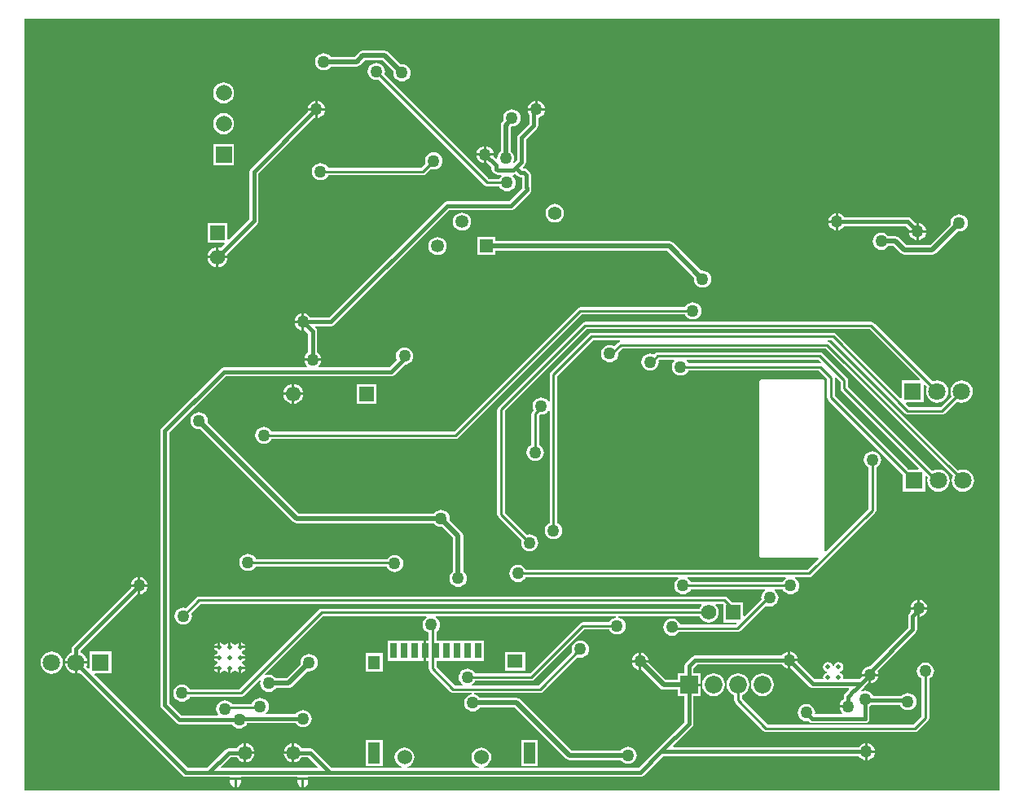
<source format=gbr>
%TF.GenerationSoftware,Altium Limited,Altium Designer,19.0.15 (446)*%
G04 Layer_Physical_Order=2*
G04 Layer_Color=16711680*
%FSLAX45Y45*%
%MOMM*%
%TF.FileFunction,Copper,L2,Bot,Signal*%
%TF.Part,Single*%
G01*
G75*
%TA.AperFunction,Conductor*%
%ADD10C,0.50000*%
%ADD46C,0.40000*%
%ADD47C,0.25400*%
%TA.AperFunction,ComponentPad*%
%ADD49C,1.45000*%
%ADD50R,1.80000X1.80000*%
%ADD51C,1.80000*%
%ADD52C,1.35000*%
%ADD53R,1.35000X1.35000*%
%ADD54C,1.55000*%
%ADD55R,1.55000X1.55000*%
%ADD56C,1.39000*%
%ADD57C,1.52400*%
%TA.AperFunction,SMDPad,CuDef*%
%ADD58R,1.20000X2.20000*%
%ADD59R,1.60000X1.40000*%
%ADD60R,1.20000X1.40000*%
%ADD61R,0.70000X1.60000*%
%TA.AperFunction,ComponentPad*%
%ADD62C,1.84000*%
%ADD63R,1.84000X1.84000*%
%ADD64C,1.57000*%
%ADD65R,1.57000X1.57000*%
%ADD66R,1.57000X1.57000*%
%ADD67C,1.66680*%
%ADD68R,1.66680X1.66680*%
%TA.AperFunction,ViaPad*%
%ADD69C,1.27000*%
%ADD70C,0.50000*%
G36*
X10604500Y609600D02*
X469900D01*
Y8636000D01*
X10604500D01*
Y609600D01*
D02*
G37*
%LPC*%
G36*
X4216400Y8306387D02*
X3987800D01*
X3968135Y8302476D01*
X3951464Y8291336D01*
X3903015Y8242887D01*
X3654025D01*
X3644804Y8254904D01*
X3626234Y8269154D01*
X3604607Y8278112D01*
X3581400Y8281167D01*
X3558193Y8278112D01*
X3536566Y8269154D01*
X3517996Y8254904D01*
X3503746Y8236334D01*
X3494788Y8214707D01*
X3491733Y8191500D01*
X3494788Y8168293D01*
X3503746Y8146666D01*
X3517996Y8128096D01*
X3536566Y8113846D01*
X3558193Y8104888D01*
X3581400Y8101833D01*
X3604607Y8104888D01*
X3626234Y8113846D01*
X3644804Y8128096D01*
X3654025Y8140113D01*
X3924300D01*
X3943965Y8144024D01*
X3960636Y8155164D01*
X4009085Y8203613D01*
X4195115D01*
X4306510Y8092217D01*
X4304533Y8077200D01*
X4307588Y8053993D01*
X4316546Y8032366D01*
X4330796Y8013796D01*
X4349366Y7999546D01*
X4370993Y7990588D01*
X4394200Y7987533D01*
X4417407Y7990588D01*
X4439034Y7999546D01*
X4457604Y8013796D01*
X4471854Y8032366D01*
X4480812Y8053993D01*
X4483867Y8077200D01*
X4480812Y8100407D01*
X4471854Y8122034D01*
X4457604Y8140604D01*
X4439034Y8154854D01*
X4417407Y8163812D01*
X4394200Y8166867D01*
X4379183Y8164890D01*
X4252736Y8291336D01*
X4236065Y8302476D01*
X4216400Y8306387D01*
D02*
G37*
G36*
X2540799Y7976058D02*
X2512412Y7972321D01*
X2485960Y7961364D01*
X2463245Y7943934D01*
X2445815Y7921219D01*
X2434858Y7894767D01*
X2431121Y7866380D01*
X2434858Y7837993D01*
X2445815Y7811541D01*
X2463245Y7788826D01*
X2485960Y7771396D01*
X2512412Y7760439D01*
X2540799Y7756702D01*
X2569186Y7760439D01*
X2595638Y7771396D01*
X2618353Y7788826D01*
X2635783Y7811541D01*
X2646740Y7837993D01*
X2650477Y7866380D01*
X2646740Y7894767D01*
X2635783Y7921219D01*
X2618353Y7943934D01*
X2595638Y7961364D01*
X2569186Y7972321D01*
X2540799Y7976058D01*
D02*
G37*
G36*
X5803900Y7784195D02*
Y7708900D01*
X5879195D01*
X5877812Y7719407D01*
X5868854Y7741034D01*
X5854604Y7759604D01*
X5836034Y7773854D01*
X5814407Y7782812D01*
X5803900Y7784195D01*
D02*
G37*
G36*
X5778500D02*
X5767993Y7782812D01*
X5746366Y7773854D01*
X5727796Y7759604D01*
X5713546Y7741034D01*
X5704588Y7719407D01*
X5703205Y7708900D01*
X5778500D01*
Y7784195D01*
D02*
G37*
G36*
X3517900D02*
Y7708900D01*
X3593195D01*
X3591812Y7719407D01*
X3582854Y7741034D01*
X3568604Y7759604D01*
X3550034Y7773854D01*
X3528407Y7782812D01*
X3517900Y7784195D01*
D02*
G37*
G36*
X3492500D02*
X3481993Y7782812D01*
X3460366Y7773854D01*
X3441796Y7759604D01*
X3427546Y7741034D01*
X3418588Y7719407D01*
X3417205Y7708900D01*
X3492500D01*
Y7784195D01*
D02*
G37*
G36*
X3593195Y7683500D02*
X3517900D01*
Y7608205D01*
X3528407Y7609588D01*
X3550034Y7618546D01*
X3568604Y7632796D01*
X3582854Y7651366D01*
X3591812Y7672993D01*
X3593195Y7683500D01*
D02*
G37*
G36*
X3492500D02*
X3417205D01*
X3418349Y7674812D01*
X2824768Y7081232D01*
X2814734Y7066214D01*
X2811210Y7048500D01*
X2811211Y7048499D01*
Y6559674D01*
X2592133Y6340597D01*
X2580400Y6345457D01*
Y6517400D01*
X2372600D01*
Y6309600D01*
X2544543D01*
X2549403Y6297867D01*
X2509732Y6258196D01*
X2503623Y6260726D01*
X2489200Y6262625D01*
Y6172200D01*
X2579625D01*
X2577726Y6186623D01*
X2575196Y6192732D01*
X2890231Y6507768D01*
X2890232Y6507768D01*
X2900266Y6522786D01*
X2903789Y6540500D01*
Y7029326D01*
X3483812Y7609349D01*
X3492500Y7608205D01*
Y7683500D01*
D02*
G37*
G36*
X2540799Y7656018D02*
X2512412Y7652281D01*
X2485960Y7641324D01*
X2463245Y7623894D01*
X2445815Y7601179D01*
X2434858Y7574727D01*
X2431121Y7546340D01*
X2434858Y7517953D01*
X2445815Y7491501D01*
X2463245Y7468786D01*
X2485960Y7451356D01*
X2512412Y7440399D01*
X2540799Y7436662D01*
X2569186Y7440399D01*
X2595638Y7451356D01*
X2618353Y7468786D01*
X2635783Y7491501D01*
X2646740Y7517953D01*
X2650477Y7546340D01*
X2646740Y7574727D01*
X2635783Y7601179D01*
X2618353Y7623894D01*
X2595638Y7641324D01*
X2569186Y7652281D01*
X2540799Y7656018D01*
D02*
G37*
G36*
X5270500Y7314295D02*
Y7239000D01*
X5345795D01*
X5344412Y7249507D01*
X5335454Y7271134D01*
X5321204Y7289704D01*
X5302634Y7303954D01*
X5281007Y7312912D01*
X5270500Y7314295D01*
D02*
G37*
G36*
X5245100D02*
X5234593Y7312912D01*
X5212966Y7303954D01*
X5194396Y7289704D01*
X5180146Y7271134D01*
X5171188Y7249507D01*
X5169805Y7239000D01*
X5245100D01*
Y7314295D01*
D02*
G37*
G36*
Y7213600D02*
X5169805D01*
X5171188Y7203093D01*
X5180146Y7181466D01*
X5194396Y7162896D01*
X5212966Y7148646D01*
X5234593Y7139688D01*
X5245100Y7138305D01*
Y7213600D01*
D02*
G37*
G36*
X2649539Y7335040D02*
X2432059D01*
Y7117560D01*
X2649539D01*
Y7335040D01*
D02*
G37*
G36*
X4724400Y7250332D02*
X4701193Y7247277D01*
X4679566Y7238319D01*
X4660996Y7224069D01*
X4646746Y7205499D01*
X4637788Y7183873D01*
X4634733Y7160665D01*
X4637788Y7137458D01*
X4640268Y7131471D01*
X4596144Y7087347D01*
X3626934D01*
X3624454Y7093334D01*
X3610204Y7111904D01*
X3591634Y7126154D01*
X3570008Y7135112D01*
X3546800Y7138167D01*
X3523593Y7135112D01*
X3501967Y7126154D01*
X3483396Y7111904D01*
X3469146Y7093334D01*
X3460188Y7071707D01*
X3457133Y7048500D01*
X3460188Y7025293D01*
X3469146Y7003666D01*
X3483396Y6985096D01*
X3501967Y6970846D01*
X3523593Y6961888D01*
X3546800Y6958833D01*
X3570008Y6961888D01*
X3591634Y6970846D01*
X3610204Y6985096D01*
X3624454Y7003666D01*
X3626934Y7009653D01*
X4612235D01*
X4627101Y7012611D01*
X4639703Y7021031D01*
X4695205Y7076533D01*
X4701193Y7074053D01*
X4724400Y7070998D01*
X4747607Y7074053D01*
X4769234Y7083011D01*
X4787804Y7097261D01*
X4802054Y7115832D01*
X4811012Y7137458D01*
X4814067Y7160665D01*
X4811012Y7183873D01*
X4802054Y7205499D01*
X4787804Y7224069D01*
X4769234Y7238319D01*
X4747607Y7247277D01*
X4724400Y7250332D01*
D02*
G37*
G36*
X4127500Y8179567D02*
X4104293Y8176512D01*
X4082666Y8167554D01*
X4064096Y8153304D01*
X4049846Y8134734D01*
X4040888Y8113107D01*
X4037833Y8089900D01*
X4040888Y8066693D01*
X4049846Y8045066D01*
X4064096Y8026496D01*
X4082666Y8012246D01*
X4104293Y8003288D01*
X4127500Y8000233D01*
X4150707Y8003288D01*
X4156695Y8005768D01*
X5255731Y6906731D01*
X5268334Y6898311D01*
X5283200Y6895353D01*
X5406266D01*
X5408746Y6889366D01*
X5422996Y6870796D01*
X5441566Y6856546D01*
X5463193Y6847588D01*
X5486400Y6844533D01*
X5509607Y6847588D01*
X5531234Y6856546D01*
X5549804Y6870796D01*
X5564054Y6889366D01*
X5573012Y6910993D01*
X5576067Y6934200D01*
X5573012Y6957407D01*
X5564054Y6979034D01*
X5549804Y6997604D01*
X5543801Y7002211D01*
X5548112Y7014911D01*
X5549899D01*
X5549900Y7014910D01*
X5567614Y7018434D01*
X5573842Y7022595D01*
X5593368Y7003069D01*
X5593368Y7003068D01*
X5608386Y6993034D01*
X5626100Y6989510D01*
X5626101Y6989511D01*
X5643311D01*
Y6883400D01*
X5644344Y6878207D01*
X5505326Y6739189D01*
X4864100D01*
X4846386Y6735666D01*
X4831368Y6725632D01*
X4831368Y6725631D01*
X3638426Y5532689D01*
X3442037D01*
X3428904Y5549804D01*
X3410334Y5564054D01*
X3388707Y5573012D01*
X3378200Y5574395D01*
Y5486400D01*
Y5398405D01*
X3386888Y5399549D01*
X3420811Y5365626D01*
Y5169237D01*
X3403696Y5156104D01*
X3389446Y5137534D01*
X3380488Y5115907D01*
X3379105Y5105400D01*
X3555095D01*
X3553712Y5115907D01*
X3544754Y5137534D01*
X3530504Y5156104D01*
X3513389Y5169237D01*
Y5384800D01*
X3509866Y5402514D01*
X3499832Y5417532D01*
X3499831Y5417532D01*
X3488986Y5428377D01*
X3493846Y5440111D01*
X3657599D01*
X3657600Y5440110D01*
X3675314Y5443634D01*
X3690332Y5453668D01*
X4883274Y6646611D01*
X5524499D01*
X5524500Y6646610D01*
X5542214Y6650134D01*
X5557232Y6660168D01*
X5724510Y6827447D01*
X5724511Y6827447D01*
X5734545Y6842465D01*
X5738069Y6860179D01*
Y6881221D01*
X5735889Y6892176D01*
Y7010400D01*
X5732366Y7028114D01*
X5722332Y7043132D01*
X5722331Y7043132D01*
X5696932Y7068532D01*
X5681914Y7078566D01*
X5664200Y7082090D01*
X5664199Y7082089D01*
X5654213D01*
X5648953Y7094789D01*
X5671531Y7117368D01*
X5671532Y7117368D01*
X5681566Y7132386D01*
X5685089Y7150100D01*
Y7384926D01*
X5798531Y7498368D01*
X5798532Y7498368D01*
X5808566Y7513386D01*
X5812090Y7531100D01*
X5812089Y7531101D01*
Y7609283D01*
X5814407Y7609588D01*
X5836034Y7618546D01*
X5854604Y7632796D01*
X5868854Y7651366D01*
X5877812Y7672993D01*
X5879195Y7683500D01*
X5703205D01*
X5704588Y7672993D01*
X5713546Y7651366D01*
X5719511Y7643593D01*
Y7550274D01*
X5606068Y7436832D01*
X5596034Y7421814D01*
X5592510Y7404100D01*
X5592511Y7404099D01*
Y7169274D01*
X5560262Y7137025D01*
X5549814Y7143367D01*
X5558771Y7164993D01*
X5561827Y7188200D01*
X5558771Y7211407D01*
X5549814Y7233034D01*
X5535564Y7251604D01*
X5523547Y7260825D01*
Y7507371D01*
X5534203Y7518027D01*
X5537200Y7517633D01*
X5560407Y7520688D01*
X5582034Y7529646D01*
X5600604Y7543896D01*
X5614854Y7562466D01*
X5623812Y7584093D01*
X5626867Y7607300D01*
X5623812Y7630507D01*
X5614854Y7652134D01*
X5600604Y7670704D01*
X5582034Y7684954D01*
X5560407Y7693912D01*
X5537200Y7696967D01*
X5513993Y7693912D01*
X5492366Y7684954D01*
X5473796Y7670704D01*
X5459546Y7652134D01*
X5450588Y7630507D01*
X5447533Y7607300D01*
X5450588Y7584093D01*
X5451858Y7581027D01*
X5435824Y7564992D01*
X5424684Y7548321D01*
X5420772Y7528656D01*
Y7260825D01*
X5408756Y7251604D01*
X5394506Y7233034D01*
X5385548Y7211407D01*
X5382493Y7188200D01*
X5382973Y7184551D01*
X5370944Y7178619D01*
X5344651Y7204912D01*
X5345795Y7213600D01*
X5270500D01*
Y7138305D01*
X5279188Y7139449D01*
X5325811Y7092826D01*
Y7076080D01*
X5325810Y7076079D01*
X5329334Y7058365D01*
X5339368Y7043347D01*
X5354247Y7028469D01*
X5354247Y7028468D01*
X5369265Y7018434D01*
X5386979Y7014911D01*
X5424688D01*
X5428999Y7002211D01*
X5422996Y6997604D01*
X5408746Y6979034D01*
X5406266Y6973047D01*
X5299291D01*
X4211632Y8060705D01*
X4214112Y8066693D01*
X4217167Y8089900D01*
X4214112Y8113107D01*
X4205154Y8134734D01*
X4190904Y8153304D01*
X4172334Y8167554D01*
X4150707Y8176512D01*
X4127500Y8179567D01*
D02*
G37*
G36*
X8902700Y6615795D02*
X8892193Y6614412D01*
X8870566Y6605454D01*
X8851996Y6591204D01*
X8837746Y6572634D01*
X8828788Y6551007D01*
X8827405Y6540500D01*
X8902700D01*
Y6615795D01*
D02*
G37*
G36*
X5982300Y6712419D02*
X5957526Y6709157D01*
X5934441Y6699595D01*
X5914617Y6684383D01*
X5899405Y6664559D01*
X5889843Y6641474D01*
X5886581Y6616700D01*
X5889843Y6591926D01*
X5899405Y6568841D01*
X5914617Y6549017D01*
X5934441Y6533805D01*
X5957526Y6524243D01*
X5982300Y6520981D01*
X6007074Y6524243D01*
X6030159Y6533805D01*
X6049983Y6549017D01*
X6065195Y6568841D01*
X6074757Y6591926D01*
X6078019Y6616700D01*
X6074757Y6641474D01*
X6065195Y6664559D01*
X6049983Y6684383D01*
X6030159Y6699595D01*
X6007074Y6709157D01*
X5982300Y6712419D01*
D02*
G37*
G36*
X8902700Y6515100D02*
X8827405D01*
X8828788Y6504593D01*
X8837746Y6482966D01*
X8851996Y6464396D01*
X8870566Y6450146D01*
X8892193Y6441188D01*
X8902700Y6439805D01*
Y6515100D01*
D02*
G37*
G36*
X9766300Y6514195D02*
Y6438900D01*
X9841595D01*
X9840212Y6449407D01*
X9831254Y6471034D01*
X9817004Y6489604D01*
X9798434Y6503854D01*
X9776807Y6512812D01*
X9766300Y6514195D01*
D02*
G37*
G36*
X8928100Y6615795D02*
Y6527800D01*
Y6439805D01*
X8938607Y6441188D01*
X8960234Y6450146D01*
X8978804Y6464396D01*
X8991937Y6481511D01*
X9632826D01*
X9666749Y6447588D01*
X9665605Y6438900D01*
X9740900D01*
Y6514195D01*
X9732212Y6513051D01*
X9684732Y6560532D01*
X9669714Y6570566D01*
X9652000Y6574090D01*
X9651999Y6574089D01*
X8991937D01*
X8978804Y6591204D01*
X8960234Y6605454D01*
X8938607Y6614412D01*
X8928100Y6615795D01*
D02*
G37*
G36*
X5017700Y6621502D02*
X4993448Y6618309D01*
X4970849Y6608948D01*
X4951443Y6594057D01*
X4936552Y6574651D01*
X4927191Y6552052D01*
X4923998Y6527800D01*
X4927191Y6503548D01*
X4936552Y6480949D01*
X4951443Y6461543D01*
X4970849Y6446652D01*
X4993448Y6437291D01*
X5017700Y6434098D01*
X5041952Y6437291D01*
X5064551Y6446652D01*
X5083957Y6461543D01*
X5098848Y6480949D01*
X5108209Y6503548D01*
X5111402Y6527800D01*
X5108209Y6552052D01*
X5098848Y6574651D01*
X5083957Y6594057D01*
X5064551Y6608948D01*
X5041952Y6618309D01*
X5017700Y6621502D01*
D02*
G37*
G36*
X10185400Y6604767D02*
X10162193Y6601712D01*
X10140566Y6592754D01*
X10121996Y6578504D01*
X10107746Y6559934D01*
X10098788Y6538307D01*
X10095733Y6515100D01*
X10097710Y6500083D01*
X9884715Y6287087D01*
X9635185D01*
X9561336Y6360936D01*
X9544665Y6372076D01*
X9525000Y6375987D01*
X9449161D01*
X9439940Y6388004D01*
X9421369Y6402254D01*
X9399743Y6411212D01*
X9376535Y6414267D01*
X9353328Y6411212D01*
X9331702Y6402254D01*
X9313131Y6388004D01*
X9298882Y6369434D01*
X9289924Y6347807D01*
X9286868Y6324600D01*
X9289924Y6301393D01*
X9298882Y6279766D01*
X9313131Y6261196D01*
X9331702Y6246946D01*
X9353328Y6237988D01*
X9376535Y6234933D01*
X9399743Y6237988D01*
X9421369Y6246946D01*
X9439940Y6261196D01*
X9449161Y6273213D01*
X9503715D01*
X9577564Y6199364D01*
X9594235Y6188224D01*
X9613900Y6184313D01*
X9906000D01*
X9925665Y6188224D01*
X9942336Y6199364D01*
X10170383Y6427410D01*
X10185400Y6425433D01*
X10208607Y6428488D01*
X10230234Y6437446D01*
X10248804Y6451696D01*
X10263054Y6470266D01*
X10272012Y6491893D01*
X10275067Y6515100D01*
X10272012Y6538307D01*
X10263054Y6559934D01*
X10248804Y6578504D01*
X10230234Y6592754D01*
X10208607Y6601712D01*
X10185400Y6604767D01*
D02*
G37*
G36*
X9841595Y6413500D02*
X9766300D01*
Y6338205D01*
X9776807Y6339588D01*
X9798434Y6348546D01*
X9817004Y6362796D01*
X9831254Y6381366D01*
X9840212Y6402993D01*
X9841595Y6413500D01*
D02*
G37*
G36*
X9740900D02*
X9665605D01*
X9666988Y6402993D01*
X9675946Y6381366D01*
X9690196Y6362796D01*
X9708766Y6348546D01*
X9730393Y6339588D01*
X9740900Y6338205D01*
Y6413500D01*
D02*
G37*
G36*
X4763700Y6367502D02*
X4739448Y6364309D01*
X4716849Y6354948D01*
X4697443Y6340057D01*
X4682552Y6320651D01*
X4673191Y6298052D01*
X4669998Y6273800D01*
X4673191Y6249548D01*
X4682552Y6226949D01*
X4697443Y6207543D01*
X4716849Y6192652D01*
X4739448Y6183291D01*
X4763700Y6180098D01*
X4787952Y6183291D01*
X4810551Y6192652D01*
X4829957Y6207543D01*
X4844848Y6226949D01*
X4854209Y6249548D01*
X4857402Y6273800D01*
X4854209Y6298052D01*
X4844848Y6320651D01*
X4829957Y6340057D01*
X4810551Y6354948D01*
X4787952Y6364309D01*
X4763700Y6367502D01*
D02*
G37*
G36*
X2463800Y6262625D02*
X2449377Y6260726D01*
X2424102Y6250256D01*
X2402398Y6233602D01*
X2385744Y6211898D01*
X2375274Y6186623D01*
X2373375Y6172200D01*
X2463800D01*
Y6262625D01*
D02*
G37*
G36*
X2579625Y6146800D02*
X2489200D01*
Y6056375D01*
X2503623Y6058274D01*
X2528898Y6068744D01*
X2550602Y6085398D01*
X2567256Y6107102D01*
X2577726Y6132377D01*
X2579625Y6146800D01*
D02*
G37*
G36*
X2463800D02*
X2373375D01*
X2375274Y6132377D01*
X2385744Y6107102D01*
X2402398Y6085398D01*
X2424102Y6068744D01*
X2449377Y6058274D01*
X2463800Y6056375D01*
Y6146800D01*
D02*
G37*
G36*
X5364600Y6366700D02*
X5178800D01*
Y6180900D01*
X5364600D01*
Y6222413D01*
X7154215D01*
X7430710Y5945917D01*
X7428733Y5930900D01*
X7431788Y5907693D01*
X7440746Y5886066D01*
X7454996Y5867496D01*
X7473566Y5853246D01*
X7495193Y5844288D01*
X7518400Y5841233D01*
X7541607Y5844288D01*
X7563234Y5853246D01*
X7581804Y5867496D01*
X7596054Y5886066D01*
X7605012Y5907693D01*
X7608067Y5930900D01*
X7605012Y5954107D01*
X7596054Y5975734D01*
X7581804Y5994304D01*
X7563234Y6008554D01*
X7541607Y6017512D01*
X7518400Y6020567D01*
X7503383Y6018590D01*
X7211836Y6310136D01*
X7195165Y6321276D01*
X7175500Y6325187D01*
X5364600D01*
Y6366700D01*
D02*
G37*
G36*
X7416800Y5690367D02*
X7393593Y5687312D01*
X7371966Y5678354D01*
X7353396Y5664104D01*
X7339146Y5645534D01*
X7336666Y5639547D01*
X6248400D01*
X6233534Y5636589D01*
X6220931Y5628169D01*
X4936909Y4344147D01*
X3039234D01*
X3036754Y4350134D01*
X3022504Y4368704D01*
X3003934Y4382954D01*
X2982307Y4391912D01*
X2959100Y4394967D01*
X2935893Y4391912D01*
X2914266Y4382954D01*
X2895696Y4368704D01*
X2881446Y4350134D01*
X2872488Y4328507D01*
X2869433Y4305300D01*
X2872488Y4282093D01*
X2881446Y4260466D01*
X2895696Y4241896D01*
X2914266Y4227646D01*
X2935893Y4218688D01*
X2959100Y4215633D01*
X2982307Y4218688D01*
X3003934Y4227646D01*
X3022504Y4241896D01*
X3036754Y4260466D01*
X3039234Y4266453D01*
X4953000D01*
X4967866Y4269411D01*
X4980468Y4277831D01*
X6264490Y5561853D01*
X7336666D01*
X7339146Y5555866D01*
X7353396Y5537296D01*
X7371966Y5523046D01*
X7393593Y5514088D01*
X7416800Y5511033D01*
X7440007Y5514088D01*
X7461634Y5523046D01*
X7480204Y5537296D01*
X7494454Y5555866D01*
X7503412Y5577493D01*
X7506467Y5600700D01*
X7503412Y5623907D01*
X7494454Y5645534D01*
X7480204Y5664104D01*
X7461634Y5678354D01*
X7440007Y5687312D01*
X7416800Y5690367D01*
D02*
G37*
G36*
X3352800Y5574395D02*
X3342293Y5573012D01*
X3320666Y5564054D01*
X3302096Y5549804D01*
X3287846Y5531234D01*
X3278888Y5509607D01*
X3277505Y5499100D01*
X3352800D01*
Y5574395D01*
D02*
G37*
G36*
Y5473700D02*
X3277505D01*
X3278888Y5463193D01*
X3287846Y5441566D01*
X3302096Y5422996D01*
X3320666Y5408746D01*
X3342293Y5399788D01*
X3352800Y5398405D01*
Y5473700D01*
D02*
G37*
G36*
X8737600Y5169647D02*
X7052484D01*
X7037618Y5166689D01*
X7025015Y5158269D01*
X7013292Y5146545D01*
X6995507Y5153912D01*
X6972300Y5156967D01*
X6949093Y5153912D01*
X6927466Y5144954D01*
X6908896Y5130704D01*
X6894646Y5112134D01*
X6885688Y5090507D01*
X6882633Y5067300D01*
X6885688Y5044093D01*
X6894646Y5022466D01*
X6908896Y5003896D01*
X6927466Y4989646D01*
X6949093Y4980688D01*
X6972300Y4977633D01*
X6995507Y4980688D01*
X7017134Y4989646D01*
X7035704Y5003896D01*
X7049954Y5022466D01*
X7058912Y5044093D01*
X7061967Y5067300D01*
X7059868Y5083247D01*
X7068575Y5091953D01*
X7222344D01*
X7225178Y5083604D01*
X7225896Y5079253D01*
X7212146Y5061334D01*
X7203188Y5039707D01*
X7200133Y5016500D01*
X7203188Y4993293D01*
X7212146Y4971666D01*
X7226396Y4953096D01*
X7244966Y4938846D01*
X7266593Y4929888D01*
X7289800Y4926833D01*
X7313007Y4929888D01*
X7334634Y4938846D01*
X7353204Y4953096D01*
X7367454Y4971666D01*
X7369934Y4977653D01*
X8722291D01*
X8813454Y4886491D01*
Y4698600D01*
X8816411Y4683734D01*
X8824831Y4671131D01*
X9600100Y3895863D01*
Y3720000D01*
X9830900D01*
Y3882351D01*
X9842633Y3887211D01*
X9859194Y3870651D01*
X9857070Y3865525D01*
X9853104Y3835400D01*
X9857070Y3805275D01*
X9868699Y3777202D01*
X9887196Y3753096D01*
X9911302Y3734599D01*
X9939375Y3722970D01*
X9969500Y3719004D01*
X9999625Y3722970D01*
X10027698Y3734599D01*
X10051804Y3753096D01*
X10070301Y3777202D01*
X10081930Y3805275D01*
X10085895Y3835400D01*
X10081930Y3865525D01*
X10070301Y3893598D01*
X10051804Y3917704D01*
X10027698Y3936201D01*
X9999625Y3947830D01*
X9969500Y3951796D01*
X9939375Y3947830D01*
X9911302Y3936201D01*
X9906897Y3932821D01*
X9030447Y4809272D01*
Y4876800D01*
X9027489Y4891666D01*
X9019069Y4904269D01*
X8765069Y5158269D01*
X8752466Y5166689D01*
X8737600Y5169647D01*
D02*
G37*
G36*
X4420700Y5220467D02*
X4397493Y5217412D01*
X4375867Y5208454D01*
X4357296Y5194204D01*
X4343046Y5175634D01*
X4334088Y5154007D01*
X4331033Y5130800D01*
X4334088Y5107593D01*
X4340603Y5091866D01*
X4260726Y5011989D01*
X3528812D01*
X3524501Y5024689D01*
X3530504Y5029296D01*
X3544754Y5047866D01*
X3553712Y5069493D01*
X3555095Y5080000D01*
X3379105D01*
X3380488Y5069493D01*
X3389446Y5047866D01*
X3403696Y5029296D01*
X3409699Y5024689D01*
X3405388Y5011989D01*
X2540901D01*
X2540900Y5011990D01*
X2523186Y5008466D01*
X2508168Y4998432D01*
X2508168Y4998431D01*
X1897668Y4387932D01*
X1887634Y4372914D01*
X1884110Y4355200D01*
X1884111Y4355199D01*
Y1498601D01*
X1884110Y1498600D01*
X1887634Y1480886D01*
X1897668Y1465868D01*
X2050068Y1313469D01*
X2050068Y1313468D01*
X2065086Y1303434D01*
X2082800Y1299910D01*
X2082801Y1299911D01*
X2626963D01*
X2640096Y1282796D01*
X2658667Y1268546D01*
X2680293Y1259588D01*
X2703500Y1256533D01*
X2726708Y1259588D01*
X2748334Y1268546D01*
X2766904Y1282796D01*
X2781154Y1301366D01*
X2785811Y1312611D01*
X3288963D01*
X3302096Y1295496D01*
X3320666Y1281246D01*
X3342293Y1272288D01*
X3365500Y1269233D01*
X3388707Y1272288D01*
X3410334Y1281246D01*
X3428904Y1295496D01*
X3443154Y1314066D01*
X3452112Y1335693D01*
X3455167Y1358900D01*
X3452112Y1382107D01*
X3443154Y1403734D01*
X3428904Y1422304D01*
X3410334Y1436554D01*
X3388707Y1445512D01*
X3365500Y1448567D01*
X3342293Y1445512D01*
X3320666Y1436554D01*
X3302096Y1422304D01*
X3288963Y1405189D01*
X2982712D01*
X2978401Y1417889D01*
X2984404Y1422496D01*
X2998654Y1441066D01*
X3007612Y1462693D01*
X3010667Y1485900D01*
X3007612Y1509107D01*
X2998654Y1530734D01*
X2984404Y1549304D01*
X2965834Y1563554D01*
X2944207Y1572512D01*
X2921000Y1575567D01*
X2897793Y1572512D01*
X2876166Y1563554D01*
X2857596Y1549304D01*
X2843346Y1530734D01*
X2835606Y1512047D01*
X2626003D01*
X2616904Y1523904D01*
X2598334Y1538154D01*
X2576708Y1547112D01*
X2553500Y1550167D01*
X2530293Y1547112D01*
X2508667Y1538154D01*
X2490096Y1523904D01*
X2475846Y1505334D01*
X2466888Y1483707D01*
X2463833Y1460500D01*
X2466888Y1437293D01*
X2475846Y1415666D01*
X2483885Y1405189D01*
X2477622Y1392489D01*
X2101974D01*
X1976689Y1517774D01*
Y4336026D01*
X2560074Y4919411D01*
X4279899D01*
X4279900Y4919410D01*
X4297614Y4922934D01*
X4312632Y4932968D01*
X4420811Y5041147D01*
X4443908Y5044188D01*
X4465534Y5053146D01*
X4484104Y5067396D01*
X4498354Y5085966D01*
X4507312Y5107593D01*
X4510367Y5130800D01*
X4507312Y5154007D01*
X4498354Y5175634D01*
X4484104Y5194204D01*
X4465534Y5208454D01*
X4443908Y5217412D01*
X4420700Y5220467D01*
D02*
G37*
G36*
X3276600Y4839216D02*
Y4749800D01*
X3366016D01*
X3364152Y4763962D01*
X3353783Y4788994D01*
X3337289Y4810489D01*
X3315794Y4826983D01*
X3290762Y4837352D01*
X3276600Y4839216D01*
D02*
G37*
G36*
X3251200D02*
X3237038Y4837352D01*
X3212006Y4826983D01*
X3190511Y4810489D01*
X3174017Y4788994D01*
X3163648Y4763962D01*
X3161784Y4749800D01*
X3251200D01*
Y4839216D01*
D02*
G37*
G36*
X9271000Y5487147D02*
X6299200D01*
X6284334Y5484189D01*
X6271731Y5475769D01*
X5395431Y4599469D01*
X5387011Y4586866D01*
X5384053Y4572000D01*
Y3486000D01*
X5387011Y3471134D01*
X5395431Y3458532D01*
X5637068Y3216895D01*
X5634588Y3210907D01*
X5631533Y3187700D01*
X5634588Y3164493D01*
X5643546Y3142866D01*
X5657796Y3124296D01*
X5676367Y3110046D01*
X5697993Y3101088D01*
X5721200Y3098033D01*
X5744408Y3101088D01*
X5766034Y3110046D01*
X5784604Y3124296D01*
X5798854Y3142866D01*
X5807812Y3164493D01*
X5810867Y3187700D01*
X5807812Y3210907D01*
X5798854Y3232534D01*
X5784604Y3251104D01*
X5766034Y3265354D01*
X5744408Y3274312D01*
X5721200Y3277367D01*
X5697993Y3274312D01*
X5692006Y3271832D01*
X5461747Y3502091D01*
Y4555909D01*
X6315291Y5409453D01*
X9254909D01*
X9774730Y4889633D01*
X9769869Y4877900D01*
X9587400D01*
Y4695431D01*
X9575667Y4690570D01*
X8904769Y5361469D01*
X8892166Y5369889D01*
X8877300Y5372847D01*
X6362700D01*
X6347834Y5369889D01*
X6335231Y5361469D01*
X5941531Y4967769D01*
X5933111Y4955166D01*
X5930153Y4940300D01*
Y4661083D01*
X5917453Y4657801D01*
X5905404Y4673504D01*
X5886834Y4687754D01*
X5865207Y4696712D01*
X5842000Y4699767D01*
X5818793Y4696712D01*
X5797166Y4687754D01*
X5778596Y4673504D01*
X5764346Y4654934D01*
X5755388Y4633307D01*
X5752333Y4610100D01*
X5755388Y4586893D01*
X5762755Y4569108D01*
X5751031Y4557385D01*
X5742611Y4544782D01*
X5739653Y4529916D01*
Y4207634D01*
X5733666Y4205154D01*
X5715096Y4190904D01*
X5700846Y4172334D01*
X5691888Y4150707D01*
X5688833Y4127500D01*
X5691888Y4104293D01*
X5700846Y4082666D01*
X5715096Y4064096D01*
X5733666Y4049846D01*
X5755293Y4040888D01*
X5778500Y4037833D01*
X5801707Y4040888D01*
X5823334Y4049846D01*
X5841904Y4064096D01*
X5856154Y4082666D01*
X5865112Y4104293D01*
X5868167Y4127500D01*
X5865112Y4150707D01*
X5856154Y4172334D01*
X5841904Y4190904D01*
X5823334Y4205154D01*
X5817347Y4207634D01*
Y4513825D01*
X5826053Y4522532D01*
X5842000Y4520433D01*
X5865207Y4523488D01*
X5886834Y4532446D01*
X5905404Y4546696D01*
X5917453Y4562399D01*
X5930153Y4559117D01*
Y3394834D01*
X5924166Y3392354D01*
X5905596Y3378104D01*
X5891346Y3359534D01*
X5882388Y3337907D01*
X5879333Y3314700D01*
X5882388Y3291493D01*
X5891346Y3269866D01*
X5905596Y3251296D01*
X5924166Y3237046D01*
X5945793Y3228088D01*
X5969000Y3225033D01*
X5992207Y3228088D01*
X6013834Y3237046D01*
X6032404Y3251296D01*
X6046654Y3269866D01*
X6055612Y3291493D01*
X6058667Y3314700D01*
X6055612Y3337907D01*
X6046654Y3359534D01*
X6032404Y3378104D01*
X6013834Y3392354D01*
X6007847Y3394834D01*
Y4924209D01*
X6378791Y5295153D01*
X6658743D01*
X6659994Y5282453D01*
X6652634Y5280989D01*
X6640031Y5272569D01*
X6599891Y5232428D01*
X6598034Y5233854D01*
X6576407Y5242812D01*
X6553200Y5245867D01*
X6529993Y5242812D01*
X6508366Y5233854D01*
X6489796Y5219604D01*
X6475546Y5201034D01*
X6466588Y5179407D01*
X6463533Y5156200D01*
X6466588Y5132993D01*
X6475546Y5111366D01*
X6489796Y5092796D01*
X6508366Y5078546D01*
X6529993Y5069588D01*
X6553200Y5066533D01*
X6576407Y5069588D01*
X6598034Y5078546D01*
X6616604Y5092796D01*
X6630854Y5111366D01*
X6639812Y5132993D01*
X6642867Y5156200D01*
X6641782Y5164445D01*
X6683591Y5206253D01*
X8797709D01*
X10119086Y3884877D01*
X10111070Y3865525D01*
X10107104Y3835400D01*
X10111070Y3805275D01*
X10122699Y3777202D01*
X10141196Y3753096D01*
X10165302Y3734599D01*
X10193375Y3722970D01*
X10223500Y3719004D01*
X10253625Y3722970D01*
X10281698Y3734599D01*
X10305804Y3753096D01*
X10324301Y3777202D01*
X10335930Y3805275D01*
X10339895Y3835400D01*
X10335930Y3865525D01*
X10324301Y3893598D01*
X10305804Y3917704D01*
X10281698Y3936201D01*
X10253625Y3947830D01*
X10223500Y3951796D01*
X10193375Y3947830D01*
X10174023Y3939814D01*
X8841269Y5272569D01*
X8828666Y5280989D01*
X8821306Y5282453D01*
X8822557Y5295153D01*
X8861209D01*
X9624531Y4531831D01*
X9637134Y4523411D01*
X9652000Y4520453D01*
X10007600D01*
X10022466Y4523411D01*
X10035069Y4531831D01*
X10161323Y4658086D01*
X10180675Y4650070D01*
X10210800Y4646104D01*
X10240925Y4650070D01*
X10268998Y4661699D01*
X10293104Y4680196D01*
X10311601Y4704302D01*
X10323230Y4732375D01*
X10327195Y4762500D01*
X10323230Y4792625D01*
X10311601Y4820698D01*
X10293104Y4844804D01*
X10268998Y4863301D01*
X10240925Y4874930D01*
X10210800Y4878896D01*
X10180675Y4874930D01*
X10152602Y4863301D01*
X10128496Y4844804D01*
X10109999Y4820698D01*
X10098370Y4792625D01*
X10094404Y4762500D01*
X10098370Y4732375D01*
X10106386Y4713023D01*
X9991509Y4598147D01*
X9668091D01*
X9630870Y4635367D01*
X9635731Y4647100D01*
X9818200D01*
Y4829569D01*
X9829933Y4834430D01*
X9852386Y4811977D01*
X9844370Y4792625D01*
X9840404Y4762500D01*
X9844370Y4732375D01*
X9855999Y4704302D01*
X9874496Y4680196D01*
X9898602Y4661699D01*
X9926675Y4650070D01*
X9956800Y4646104D01*
X9986925Y4650070D01*
X10014998Y4661699D01*
X10039104Y4680196D01*
X10057601Y4704302D01*
X10069230Y4732375D01*
X10073195Y4762500D01*
X10069230Y4792625D01*
X10057601Y4820698D01*
X10039104Y4844804D01*
X10014998Y4863301D01*
X9986925Y4874930D01*
X9956800Y4878896D01*
X9926675Y4874930D01*
X9907323Y4866914D01*
X9298469Y5475769D01*
X9285866Y5484189D01*
X9271000Y5487147D01*
D02*
G37*
G36*
X3366016Y4724400D02*
X3276600D01*
Y4634984D01*
X3290762Y4636848D01*
X3315794Y4647217D01*
X3337289Y4663711D01*
X3353783Y4685206D01*
X3364152Y4710238D01*
X3366016Y4724400D01*
D02*
G37*
G36*
X3251200D02*
X3161784D01*
X3163648Y4710238D01*
X3174017Y4685206D01*
X3190511Y4663711D01*
X3212006Y4647217D01*
X3237038Y4636848D01*
X3251200Y4634984D01*
Y4724400D01*
D02*
G37*
G36*
X4128800Y4840000D02*
X3923000D01*
Y4634200D01*
X4128800D01*
Y4840000D01*
D02*
G37*
G36*
X8762701Y4887401D02*
X8132701D01*
X8122790Y4885430D01*
X8114388Y4879816D01*
X8108774Y4871414D01*
X8106803Y4861503D01*
Y3061503D01*
X8108774Y3051593D01*
X8114388Y3043191D01*
X8122790Y3037577D01*
X8132701Y3035606D01*
X8719154D01*
X8724014Y3023873D01*
X8609188Y2909047D01*
X5680834D01*
X5678354Y2915034D01*
X5664104Y2933604D01*
X5645534Y2947854D01*
X5623907Y2956812D01*
X5600700Y2959867D01*
X5577493Y2956812D01*
X5555866Y2947854D01*
X5537296Y2933604D01*
X5523046Y2915034D01*
X5514088Y2893407D01*
X5511033Y2870200D01*
X5514088Y2846993D01*
X5523046Y2825366D01*
X5537296Y2806796D01*
X5555866Y2792546D01*
X5577493Y2783588D01*
X5600700Y2780533D01*
X5623907Y2783588D01*
X5645534Y2792546D01*
X5664104Y2806796D01*
X5678354Y2825366D01*
X5680834Y2831353D01*
X7264217D01*
X7267499Y2818653D01*
X7251796Y2806604D01*
X7237546Y2788034D01*
X7228588Y2766407D01*
X7225533Y2743200D01*
X7228588Y2719993D01*
X7237546Y2698366D01*
X7251796Y2679796D01*
X7270366Y2665546D01*
X7291993Y2656588D01*
X7315200Y2653533D01*
X7338407Y2656588D01*
X7360034Y2665546D01*
X7378604Y2679796D01*
X7392854Y2698366D01*
X7395334Y2704353D01*
X8165917D01*
X8169199Y2691653D01*
X8153496Y2679604D01*
X8139246Y2661034D01*
X8130288Y2639407D01*
X8127233Y2616200D01*
X8129212Y2601168D01*
X7951533Y2423489D01*
X7939800Y2428349D01*
Y2567700D01*
X7825037D01*
X7774469Y2618269D01*
X7761866Y2626689D01*
X7747000Y2629647D01*
X2286000D01*
X2271134Y2626689D01*
X2258531Y2618269D01*
X2150095Y2509832D01*
X2144107Y2512312D01*
X2120900Y2515367D01*
X2097693Y2512312D01*
X2076066Y2503354D01*
X2057496Y2489104D01*
X2043246Y2470534D01*
X2034288Y2448907D01*
X2031233Y2425700D01*
X2034288Y2402493D01*
X2043246Y2380866D01*
X2057496Y2362296D01*
X2076066Y2348046D01*
X2097693Y2339088D01*
X2120900Y2336033D01*
X2144107Y2339088D01*
X2165734Y2348046D01*
X2184304Y2362296D01*
X2198554Y2380866D01*
X2207512Y2402493D01*
X2210567Y2425700D01*
X2207512Y2448907D01*
X2205032Y2454895D01*
X2302091Y2551953D01*
X7506354D01*
X7510437Y2539927D01*
X7507798Y2537902D01*
X7491144Y2516198D01*
X7485530Y2502647D01*
X3558499D01*
X3543633Y2499689D01*
X3531031Y2491269D01*
X2704208Y1664447D01*
X2188334D01*
X2185854Y1670434D01*
X2171604Y1689004D01*
X2153034Y1703254D01*
X2131407Y1712212D01*
X2108200Y1715267D01*
X2084993Y1712212D01*
X2063366Y1703254D01*
X2044796Y1689004D01*
X2030546Y1670434D01*
X2021588Y1648807D01*
X2018533Y1625600D01*
X2021588Y1602393D01*
X2030546Y1580766D01*
X2044796Y1562196D01*
X2063366Y1547946D01*
X2084993Y1538988D01*
X2108200Y1535933D01*
X2131407Y1538988D01*
X2153034Y1547946D01*
X2171604Y1562196D01*
X2185854Y1580766D01*
X2188334Y1586753D01*
X2720299D01*
X2735165Y1589711D01*
X2747768Y1598131D01*
X2916258Y1766622D01*
X2927025Y1759428D01*
X2923288Y1750407D01*
X2920233Y1727200D01*
X2923288Y1703993D01*
X2932246Y1682366D01*
X2946496Y1663796D01*
X2965066Y1649546D01*
X2986693Y1640588D01*
X3009900Y1637533D01*
X3033107Y1640588D01*
X3054734Y1649546D01*
X3073304Y1663796D01*
X3082525Y1675813D01*
X3214200D01*
X3233865Y1679724D01*
X3250536Y1690864D01*
X3413983Y1854310D01*
X3429000Y1852333D01*
X3452207Y1855388D01*
X3473834Y1864346D01*
X3492404Y1878596D01*
X3506654Y1897167D01*
X3515612Y1918793D01*
X3518667Y1942000D01*
X3515612Y1965208D01*
X3506654Y1986834D01*
X3492404Y2005404D01*
X3473834Y2019654D01*
X3452207Y2028612D01*
X3429000Y2031667D01*
X3405793Y2028612D01*
X3384166Y2019654D01*
X3365596Y2005404D01*
X3351346Y1986834D01*
X3342388Y1965208D01*
X3339333Y1942000D01*
X3341310Y1926983D01*
X3192915Y1778587D01*
X3082525D01*
X3073304Y1790604D01*
X3054734Y1804854D01*
X3033107Y1813812D01*
X3009900Y1816867D01*
X2986693Y1813812D01*
X2977672Y1810075D01*
X2970478Y1820842D01*
X3574590Y2424953D01*
X4648017D01*
X4651299Y2412253D01*
X4635596Y2400204D01*
X4621346Y2381634D01*
X4612388Y2360007D01*
X4609333Y2336800D01*
X4612388Y2313593D01*
X4621346Y2291966D01*
X4635596Y2273396D01*
X4654166Y2259146D01*
X4672853Y2251406D01*
Y2170200D01*
X4646400D01*
Y2064800D01*
Y1959400D01*
X4672853D01*
Y1879600D01*
X4675811Y1864734D01*
X4684231Y1852131D01*
X4900131Y1636231D01*
X4912734Y1627811D01*
X4927600Y1624853D01*
X5118471D01*
X5119303Y1612153D01*
X5107593Y1610612D01*
X5085966Y1601654D01*
X5067396Y1587404D01*
X5053146Y1568834D01*
X5044188Y1547207D01*
X5041133Y1524000D01*
X5044188Y1500793D01*
X5053146Y1479166D01*
X5067396Y1460596D01*
X5085966Y1446346D01*
X5107593Y1437388D01*
X5130800Y1434333D01*
X5154007Y1437388D01*
X5175634Y1446346D01*
X5194204Y1460596D01*
X5203425Y1472613D01*
X5566715D01*
X6097764Y941564D01*
X6114435Y930424D01*
X6134100Y926513D01*
X6671075D01*
X6680296Y914496D01*
X6698866Y900246D01*
X6720493Y891288D01*
X6743700Y888233D01*
X6766907Y891288D01*
X6788534Y900246D01*
X6807104Y914496D01*
X6821354Y933066D01*
X6830312Y954693D01*
X6833367Y977900D01*
X6830312Y1001107D01*
X6821354Y1022734D01*
X6807104Y1041304D01*
X6788534Y1055554D01*
X6766907Y1064512D01*
X6743700Y1067567D01*
X6720493Y1064512D01*
X6698866Y1055554D01*
X6680296Y1041304D01*
X6671075Y1029287D01*
X6155385D01*
X5624336Y1560336D01*
X5607665Y1571476D01*
X5588000Y1575387D01*
X5203425D01*
X5194204Y1587404D01*
X5175634Y1601654D01*
X5154007Y1610612D01*
X5142297Y1612153D01*
X5143129Y1624853D01*
X5829300D01*
X5844166Y1627811D01*
X5856769Y1636231D01*
X6219205Y1998668D01*
X6225193Y1996188D01*
X6248400Y1993133D01*
X6271607Y1996188D01*
X6293234Y2005146D01*
X6311804Y2019396D01*
X6326054Y2037966D01*
X6335012Y2059593D01*
X6338067Y2082800D01*
X6335012Y2106007D01*
X6326054Y2127634D01*
X6311804Y2146204D01*
X6293234Y2160454D01*
X6271607Y2169412D01*
X6248400Y2172467D01*
X6225193Y2169412D01*
X6203566Y2160454D01*
X6184996Y2146204D01*
X6170746Y2127634D01*
X6161788Y2106007D01*
X6158733Y2082800D01*
X6161788Y2059593D01*
X6164268Y2053605D01*
X5813209Y1702547D01*
X5125056D01*
X5121532Y1715247D01*
X5137104Y1727196D01*
X5151354Y1745766D01*
X5153834Y1751753D01*
X5740300D01*
X5755166Y1754710D01*
X5767768Y1763131D01*
X6289891Y2285253D01*
X6549266D01*
X6551746Y2279266D01*
X6565996Y2260696D01*
X6584566Y2246446D01*
X6606193Y2237488D01*
X6629400Y2234433D01*
X6652607Y2237488D01*
X6674234Y2246446D01*
X6692804Y2260696D01*
X6707054Y2279266D01*
X6716012Y2300893D01*
X6719067Y2324100D01*
X6716012Y2347307D01*
X6707054Y2368934D01*
X6692804Y2387504D01*
X6674234Y2401754D01*
X6652607Y2410712D01*
X6640897Y2412253D01*
X6641729Y2424953D01*
X7485530D01*
X7491144Y2411402D01*
X7507798Y2389698D01*
X7529502Y2373044D01*
X7554777Y2362574D01*
X7581900Y2359003D01*
X7609023Y2362574D01*
X7634298Y2373044D01*
X7656002Y2389698D01*
X7672656Y2411402D01*
X7683126Y2436677D01*
X7686697Y2463800D01*
X7683126Y2490923D01*
X7672656Y2516198D01*
X7656002Y2537902D01*
X7653363Y2539927D01*
X7657446Y2551953D01*
X7730909D01*
X7732000Y2550863D01*
Y2359900D01*
X7871351D01*
X7876211Y2348167D01*
X7865591Y2337547D01*
X7286294D01*
X7278554Y2356234D01*
X7264304Y2374804D01*
X7245734Y2389054D01*
X7224107Y2398012D01*
X7200900Y2401067D01*
X7177693Y2398012D01*
X7156066Y2389054D01*
X7137496Y2374804D01*
X7123246Y2356234D01*
X7114288Y2334607D01*
X7111233Y2311400D01*
X7114288Y2288193D01*
X7123246Y2266566D01*
X7137496Y2247996D01*
X7156066Y2233746D01*
X7177693Y2224788D01*
X7200900Y2221733D01*
X7224107Y2224788D01*
X7245734Y2233746D01*
X7264304Y2247996D01*
X7273403Y2259853D01*
X7881681D01*
X7896547Y2262811D01*
X7909150Y2271231D01*
X8175176Y2537258D01*
X8193693Y2529588D01*
X8216900Y2526533D01*
X8240107Y2529588D01*
X8261734Y2538546D01*
X8280304Y2552796D01*
X8294554Y2571366D01*
X8303512Y2592993D01*
X8306567Y2616200D01*
X8303512Y2639407D01*
X8294554Y2661034D01*
X8280304Y2679604D01*
X8264601Y2691653D01*
X8267883Y2704353D01*
X8352666D01*
X8355146Y2698366D01*
X8369396Y2679796D01*
X8387966Y2665546D01*
X8409593Y2656588D01*
X8432800Y2653533D01*
X8456007Y2656588D01*
X8477634Y2665546D01*
X8496204Y2679796D01*
X8510454Y2698366D01*
X8519412Y2719993D01*
X8522467Y2743200D01*
X8519412Y2766407D01*
X8510454Y2788034D01*
X8496204Y2806604D01*
X8480501Y2818653D01*
X8483783Y2831353D01*
X8625278D01*
X8640144Y2834311D01*
X8652747Y2842731D01*
X9311169Y3501153D01*
X9319589Y3513756D01*
X9322547Y3528622D01*
Y3971166D01*
X9328534Y3973646D01*
X9347104Y3987896D01*
X9361354Y4006466D01*
X9370312Y4028093D01*
X9373367Y4051300D01*
X9370312Y4074507D01*
X9361354Y4096134D01*
X9347104Y4114704D01*
X9328534Y4128954D01*
X9306907Y4137912D01*
X9283700Y4140967D01*
X9260493Y4137912D01*
X9238866Y4128954D01*
X9220296Y4114704D01*
X9206046Y4096134D01*
X9197088Y4074507D01*
X9194033Y4051300D01*
X9197088Y4028093D01*
X9206046Y4006466D01*
X9220296Y3987896D01*
X9238866Y3973646D01*
X9244853Y3971166D01*
Y3544712D01*
X8800332Y3100190D01*
X8788598Y3105051D01*
Y4861503D01*
X8786627Y4871414D01*
X8781013Y4879816D01*
X8772611Y4885430D01*
X8762701Y4887401D01*
D02*
G37*
G36*
X2794000Y3074167D02*
X2770793Y3071112D01*
X2749166Y3062154D01*
X2730596Y3047904D01*
X2716346Y3029334D01*
X2707388Y3007707D01*
X2704333Y2984500D01*
X2707388Y2961293D01*
X2716346Y2939666D01*
X2730596Y2921096D01*
X2749166Y2906846D01*
X2770793Y2897888D01*
X2794000Y2894833D01*
X2817207Y2897888D01*
X2838834Y2906846D01*
X2857404Y2921096D01*
X2871654Y2939666D01*
X2871669Y2939704D01*
X4235401D01*
X4240346Y2927766D01*
X4254596Y2909196D01*
X4273166Y2894946D01*
X4294793Y2885988D01*
X4318000Y2882933D01*
X4341207Y2885988D01*
X4362834Y2894946D01*
X4381404Y2909196D01*
X4395654Y2927766D01*
X4404612Y2949392D01*
X4407667Y2972600D01*
X4404612Y2995807D01*
X4395654Y3017433D01*
X4381404Y3036004D01*
X4362834Y3050254D01*
X4341207Y3059212D01*
X4318000Y3062267D01*
X4294793Y3059212D01*
X4273166Y3050254D01*
X4254596Y3036004D01*
X4240346Y3017433D01*
X4240331Y3017397D01*
X2876598D01*
X2871654Y3029334D01*
X2857404Y3047904D01*
X2838834Y3062154D01*
X2817207Y3071112D01*
X2794000Y3074167D01*
D02*
G37*
G36*
X1676400Y2831195D02*
Y2755900D01*
X1751695D01*
X1750312Y2766407D01*
X1741354Y2788034D01*
X1727104Y2806604D01*
X1708534Y2820854D01*
X1686907Y2829812D01*
X1676400Y2831195D01*
D02*
G37*
G36*
X1651000D02*
X1640493Y2829812D01*
X1618866Y2820854D01*
X1600296Y2806604D01*
X1586046Y2788034D01*
X1577088Y2766407D01*
X1575705Y2755900D01*
X1651000D01*
Y2831195D01*
D02*
G37*
G36*
X2284900Y4547367D02*
X2261693Y4544312D01*
X2240067Y4535354D01*
X2221496Y4521104D01*
X2207246Y4502534D01*
X2198288Y4480907D01*
X2195233Y4457700D01*
X2198288Y4434493D01*
X2207246Y4412866D01*
X2221496Y4394296D01*
X2240067Y4380046D01*
X2261693Y4371088D01*
X2284900Y4368033D01*
X2299918Y4370010D01*
X3264564Y3405364D01*
X3281235Y3394224D01*
X3300900Y3390313D01*
X4727975D01*
X4737196Y3378296D01*
X4755766Y3364046D01*
X4777393Y3355088D01*
X4800600Y3352033D01*
X4815617Y3354010D01*
X4927013Y3242615D01*
Y2892025D01*
X4914996Y2882804D01*
X4900746Y2864234D01*
X4891788Y2842607D01*
X4888733Y2819400D01*
X4891788Y2796193D01*
X4900746Y2774566D01*
X4914996Y2755996D01*
X4933566Y2741746D01*
X4955193Y2732788D01*
X4978400Y2729733D01*
X5001607Y2732788D01*
X5023234Y2741746D01*
X5041804Y2755996D01*
X5056054Y2774566D01*
X5065012Y2796193D01*
X5068067Y2819400D01*
X5065012Y2842607D01*
X5056054Y2864234D01*
X5041804Y2882804D01*
X5029787Y2892025D01*
Y3263900D01*
X5025876Y3283565D01*
X5014736Y3300236D01*
X4888290Y3426683D01*
X4890267Y3441700D01*
X4887212Y3464907D01*
X4878254Y3486534D01*
X4864004Y3505104D01*
X4845434Y3519354D01*
X4823807Y3528312D01*
X4800600Y3531367D01*
X4777393Y3528312D01*
X4755766Y3519354D01*
X4737196Y3505104D01*
X4727975Y3493087D01*
X3322185D01*
X2372590Y4442683D01*
X2374567Y4457700D01*
X2371512Y4480907D01*
X2362554Y4502534D01*
X2348304Y4521104D01*
X2329734Y4535354D01*
X2308108Y4544312D01*
X2284900Y4547367D01*
D02*
G37*
G36*
X1751695Y2730500D02*
X1676400D01*
Y2655205D01*
X1686907Y2656588D01*
X1708534Y2665546D01*
X1727104Y2679796D01*
X1741354Y2698366D01*
X1750312Y2719993D01*
X1751695Y2730500D01*
D02*
G37*
G36*
X1651000D02*
X1575705D01*
X1576849Y2721812D01*
X975168Y2120132D01*
X965134Y2105114D01*
X961610Y2087400D01*
X961610Y2087399D01*
Y2048334D01*
X949702Y2043401D01*
X925596Y2024904D01*
X907099Y2000798D01*
X895470Y1972725D01*
X893176Y1955300D01*
X1122624D01*
X1120329Y1972725D01*
X1108701Y2000798D01*
X1090204Y2024904D01*
X1066098Y2043401D01*
X1054189Y2048334D01*
Y2068226D01*
X1642312Y2656349D01*
X1651000Y2655205D01*
Y2730500D01*
D02*
G37*
G36*
X9779000Y2595095D02*
Y2519800D01*
X9854295D01*
X9852912Y2530307D01*
X9843954Y2551933D01*
X9829704Y2570504D01*
X9811134Y2584754D01*
X9789507Y2593712D01*
X9779000Y2595095D01*
D02*
G37*
G36*
X9753600D02*
X9743093Y2593712D01*
X9721466Y2584754D01*
X9702896Y2570504D01*
X9688646Y2551933D01*
X9679688Y2530307D01*
X9678305Y2519800D01*
X9753600D01*
Y2595095D01*
D02*
G37*
G36*
X9854295Y2494400D02*
X9779000D01*
Y2419105D01*
X9789507Y2420488D01*
X9811134Y2429446D01*
X9829704Y2443696D01*
X9843954Y2462266D01*
X9852912Y2483892D01*
X9854295Y2494400D01*
D02*
G37*
G36*
X2700800Y2152761D02*
X2693835Y2151376D01*
X2677164Y2140236D01*
X2666024Y2123565D01*
X2664974Y2118287D01*
X2652026D01*
X2650976Y2123565D01*
X2639836Y2140236D01*
X2623165Y2151376D01*
X2616200Y2152761D01*
Y2103900D01*
X2590800D01*
Y2152761D01*
X2583835Y2151376D01*
X2567164Y2140236D01*
X2556024Y2123565D01*
X2554975Y2118287D01*
X2542026D01*
X2540976Y2123565D01*
X2529836Y2140236D01*
X2513165Y2151376D01*
X2506200Y2152761D01*
Y2103900D01*
X2493500D01*
Y2091200D01*
X2444639D01*
X2446025Y2084235D01*
X2457164Y2067564D01*
X2473835Y2056424D01*
X2479114Y2055374D01*
Y2042426D01*
X2473835Y2041376D01*
X2457164Y2030236D01*
X2446025Y2013565D01*
X2444639Y2006600D01*
X2493500D01*
Y1981200D01*
X2444639D01*
X2446025Y1974235D01*
X2457164Y1957564D01*
X2473835Y1946424D01*
X2479113Y1945375D01*
Y1932426D01*
X2473835Y1931376D01*
X2457164Y1920236D01*
X2446025Y1903565D01*
X2444639Y1896600D01*
X2493500D01*
Y1883900D01*
X2506200D01*
Y1835039D01*
X2513165Y1836425D01*
X2529836Y1847564D01*
X2540976Y1864235D01*
X2542026Y1869513D01*
X2554975D01*
X2556024Y1864235D01*
X2567164Y1847564D01*
X2583835Y1836425D01*
X2590800Y1835039D01*
Y1883900D01*
X2616200D01*
Y1835039D01*
X2623165Y1836425D01*
X2639836Y1847564D01*
X2650976Y1864235D01*
X2652026Y1869514D01*
X2664974D01*
X2666024Y1864235D01*
X2677164Y1847564D01*
X2693835Y1836425D01*
X2700800Y1835039D01*
Y1883900D01*
X2713500D01*
Y1896600D01*
X2762361D01*
X2760976Y1903565D01*
X2749836Y1920236D01*
X2733165Y1931376D01*
X2727887Y1932426D01*
Y1945375D01*
X2733165Y1946424D01*
X2749836Y1957564D01*
X2760976Y1974235D01*
X2762361Y1981200D01*
X2713500D01*
Y2006600D01*
X2762361D01*
X2760976Y2013565D01*
X2749836Y2030236D01*
X2733165Y2041376D01*
X2727887Y2042426D01*
Y2055374D01*
X2733165Y2056424D01*
X2749836Y2067564D01*
X2760976Y2084235D01*
X2762361Y2091200D01*
X2713500D01*
Y2103900D01*
X2700800D01*
Y2152761D01*
D02*
G37*
G36*
X2726200D02*
Y2116600D01*
X2762361D01*
X2760976Y2123565D01*
X2749836Y2140236D01*
X2733165Y2151376D01*
X2726200Y2152761D01*
D02*
G37*
G36*
X2480800D02*
X2473835Y2151376D01*
X2457164Y2140236D01*
X2446025Y2123565D01*
X2444639Y2116600D01*
X2480800D01*
Y2152761D01*
D02*
G37*
G36*
X8432800Y2056495D02*
Y1981200D01*
X8508095D01*
X8506712Y1991707D01*
X8497754Y2013334D01*
X8483504Y2031904D01*
X8464934Y2046154D01*
X8443307Y2055112D01*
X8432800Y2056495D01*
D02*
G37*
G36*
X6883400Y2043795D02*
Y1968500D01*
X6958695D01*
X6957312Y1979007D01*
X6948354Y2000634D01*
X6934104Y2019204D01*
X6915534Y2033454D01*
X6893907Y2042412D01*
X6883400Y2043795D01*
D02*
G37*
G36*
X6858000D02*
X6847493Y2042412D01*
X6825866Y2033454D01*
X6807296Y2019204D01*
X6793046Y2000634D01*
X6784088Y1979007D01*
X6782705Y1968500D01*
X6858000D01*
Y2043795D01*
D02*
G37*
G36*
X4621000Y2170200D02*
X4243300D01*
Y1959400D01*
X4621000D01*
Y2064800D01*
Y2170200D01*
D02*
G37*
G36*
X1377300Y2058000D02*
X1146500D01*
Y1886057D01*
X1134767Y1881196D01*
X1115397Y1900566D01*
X1120329Y1912474D01*
X1122624Y1929900D01*
X1020600D01*
Y1827876D01*
X1038025Y1830170D01*
X1049933Y1835103D01*
X2117668Y767369D01*
X2117668Y767368D01*
X2132685Y757334D01*
X2150400Y753811D01*
X2387599D01*
X2387600Y753810D01*
X2387601Y753811D01*
X2607415D01*
Y747600D01*
X2663900D01*
X2720385D01*
Y753811D01*
X3307415D01*
Y747600D01*
X3363900D01*
X3420385D01*
Y753811D01*
X3644899D01*
X3644900Y753810D01*
X3644901Y753811D01*
X6870699D01*
X6870700Y753810D01*
X6888414Y757334D01*
X6903432Y767368D01*
X7105774Y969711D01*
X9143663D01*
X9156796Y952596D01*
X9175366Y938346D01*
X9196993Y929388D01*
X9207500Y928005D01*
Y1016000D01*
Y1103995D01*
X9196993Y1102612D01*
X9175366Y1093654D01*
X9156796Y1079404D01*
X9143663Y1062289D01*
X7214946D01*
X7210086Y1074023D01*
X7411431Y1275368D01*
X7411432Y1275368D01*
X7421466Y1290386D01*
X7424990Y1308100D01*
X7424989Y1308101D01*
Y1595100D01*
X7496100D01*
Y1699800D01*
X7378700D01*
Y1725200D01*
X7496100D01*
Y1829900D01*
X7424989D01*
Y1885826D01*
X7461374Y1922211D01*
X8343563D01*
X8356696Y1905096D01*
X8375266Y1890846D01*
X8396893Y1881888D01*
X8407400Y1880505D01*
Y1968500D01*
Y2056495D01*
X8396893Y2055112D01*
X8375266Y2046154D01*
X8356696Y2031904D01*
X8343563Y2014789D01*
X7442200D01*
X7424486Y2011266D01*
X7409468Y2001232D01*
X7409468Y2001231D01*
X7345968Y1937732D01*
X7335934Y1922714D01*
X7332410Y1905000D01*
X7332411Y1904999D01*
Y1829900D01*
X7261300D01*
Y1763887D01*
X7135285D01*
X6958390Y1940783D01*
X6958695Y1943100D01*
X6883400D01*
Y1867805D01*
X6885717Y1868110D01*
X7077664Y1676164D01*
X7094335Y1665024D01*
X7114000Y1661113D01*
X7261300D01*
Y1595100D01*
X7332411D01*
Y1327274D01*
X7053868Y1048732D01*
X7053868Y1048731D01*
X6851526Y846389D01*
X5248034D01*
X5245223Y858315D01*
X5269938Y868552D01*
X5291162Y884838D01*
X5307448Y906061D01*
X5317685Y930777D01*
X5321177Y957300D01*
X5317685Y983823D01*
X5307448Y1008538D01*
X5291162Y1029762D01*
X5269938Y1046047D01*
X5245223Y1056285D01*
X5218700Y1059777D01*
X5192177Y1056285D01*
X5167462Y1046047D01*
X5146238Y1029762D01*
X5129952Y1008538D01*
X5119715Y983823D01*
X5116223Y957300D01*
X5119715Y930777D01*
X5129952Y906061D01*
X5146238Y884838D01*
X5167462Y868552D01*
X5192177Y858315D01*
X5189366Y846389D01*
X4450035D01*
X4447223Y858315D01*
X4471938Y868552D01*
X4493162Y884838D01*
X4509448Y906061D01*
X4519685Y930777D01*
X4523177Y957300D01*
X4519685Y983823D01*
X4509448Y1008538D01*
X4493162Y1029762D01*
X4471938Y1046047D01*
X4447223Y1056285D01*
X4420700Y1059777D01*
X4394177Y1056285D01*
X4369462Y1046047D01*
X4348238Y1029762D01*
X4331952Y1008538D01*
X4321715Y983823D01*
X4318223Y957300D01*
X4321715Y930777D01*
X4331952Y906061D01*
X4348238Y884838D01*
X4369462Y868552D01*
X4394177Y858315D01*
X4391366Y846389D01*
X3664074D01*
X3472832Y1037632D01*
X3457814Y1047666D01*
X3440100Y1051190D01*
X3440099Y1051189D01*
X3350692D01*
X3349415Y1054272D01*
X3333723Y1074723D01*
X3313273Y1090415D01*
X3289457Y1100280D01*
X3276600Y1101973D01*
Y1004900D01*
Y907827D01*
X3289457Y909520D01*
X3313273Y919384D01*
X3333723Y935077D01*
X3349415Y955528D01*
X3350692Y958610D01*
X3420926D01*
X3521414Y858123D01*
X3516554Y846389D01*
X2515946D01*
X2511086Y858123D01*
X2611574Y958610D01*
X2677108D01*
X2678385Y955528D01*
X2694077Y935077D01*
X2714527Y919384D01*
X2738343Y909520D01*
X2751200Y907827D01*
Y1004900D01*
Y1101973D01*
X2738343Y1100280D01*
X2714527Y1090415D01*
X2694077Y1074723D01*
X2678385Y1054272D01*
X2677108Y1051189D01*
X2592401D01*
X2592400Y1051190D01*
X2574686Y1047666D01*
X2559668Y1037632D01*
X2368426Y846389D01*
X2169574D01*
X1200496Y1815467D01*
X1205357Y1827200D01*
X1377300D01*
Y2058000D01*
D02*
G37*
G36*
X6858000Y1943100D02*
X6782705D01*
X6784088Y1932593D01*
X6793046Y1910966D01*
X6807296Y1892396D01*
X6825866Y1878146D01*
X6847493Y1869188D01*
X6858000Y1867805D01*
Y1943100D01*
D02*
G37*
G36*
X4191600Y2040200D02*
X4020800D01*
Y1849400D01*
X4191600D01*
Y2040200D01*
D02*
G37*
G36*
X2762361Y1871200D02*
X2726200D01*
Y1835039D01*
X2733165Y1836425D01*
X2749836Y1847564D01*
X2760976Y1864235D01*
X2762361Y1871200D01*
D02*
G37*
G36*
X2480800D02*
X2444639D01*
X2446025Y1864235D01*
X2457164Y1847564D01*
X2473835Y1836425D01*
X2480800Y1835039D01*
Y1871200D01*
D02*
G37*
G36*
X995200Y1929900D02*
X893176D01*
X895470Y1912474D01*
X907099Y1884402D01*
X925596Y1860296D01*
X949702Y1841798D01*
X977775Y1830170D01*
X995200Y1827876D01*
Y1929900D01*
D02*
G37*
G36*
X9753600Y2494400D02*
X9678305D01*
X9679688Y2483892D01*
X9683972Y2473551D01*
X9670068Y2459648D01*
X9660034Y2444630D01*
X9656510Y2426916D01*
X9656511Y2426915D01*
Y2305174D01*
X9254734Y1903398D01*
X9235093Y1900812D01*
X9213466Y1891854D01*
X9194896Y1877604D01*
X9180646Y1859033D01*
X9171688Y1837407D01*
X9170305Y1826900D01*
X9346295D01*
X9344912Y1837407D01*
X9337519Y1855255D01*
X9735531Y2253268D01*
X9735532Y2253268D01*
X9745566Y2268286D01*
X9749090Y2286000D01*
X9749089Y2286001D01*
Y2407742D01*
X9753600Y2412252D01*
Y2494400D01*
D02*
G37*
G36*
X753900Y2058995D02*
X723775Y2055029D01*
X695702Y2043401D01*
X671596Y2024904D01*
X653099Y2000798D01*
X641470Y1972725D01*
X637504Y1942600D01*
X641470Y1912474D01*
X653099Y1884402D01*
X671596Y1860296D01*
X695702Y1841798D01*
X723775Y1830170D01*
X753900Y1826204D01*
X784025Y1830170D01*
X812098Y1841798D01*
X836204Y1860296D01*
X854701Y1884402D01*
X866329Y1912474D01*
X870295Y1942600D01*
X866329Y1972725D01*
X854701Y2000798D01*
X836204Y2024904D01*
X812098Y2043401D01*
X784025Y2055029D01*
X753900Y2058995D01*
D02*
G37*
G36*
X9346295Y1801500D02*
X9271000D01*
Y1726205D01*
X9281507Y1727588D01*
X9303134Y1736546D01*
X9321704Y1750796D01*
X9335954Y1769366D01*
X9344912Y1790992D01*
X9346295Y1801500D01*
D02*
G37*
G36*
X8508095Y1955800D02*
X8432800D01*
Y1880505D01*
X8441488Y1881649D01*
X8632468Y1690669D01*
X8632468Y1690668D01*
X8647486Y1680634D01*
X8665200Y1677110D01*
X8665201Y1677111D01*
X9037254D01*
X9042114Y1665377D01*
X8998168Y1621432D01*
X8988134Y1606414D01*
X8984610Y1588700D01*
X8984610Y1588699D01*
Y1564557D01*
X8966296Y1550504D01*
X8952046Y1531933D01*
X8943088Y1510307D01*
X8941705Y1499800D01*
X9029700D01*
Y1474400D01*
X8941705D01*
X8943088Y1463892D01*
X8952046Y1442266D01*
X8966296Y1423696D01*
X8973862Y1417889D01*
X8969552Y1405189D01*
X8694932D01*
X8686558Y1414738D01*
X8687567Y1422400D01*
X8684512Y1445607D01*
X8675554Y1467234D01*
X8661304Y1485804D01*
X8642734Y1500054D01*
X8621107Y1509012D01*
X8597900Y1512067D01*
X8574693Y1509012D01*
X8553066Y1500054D01*
X8534496Y1485804D01*
X8520246Y1467234D01*
X8511288Y1445607D01*
X8508233Y1422400D01*
X8511288Y1399193D01*
X8520246Y1377566D01*
X8534496Y1358996D01*
X8553066Y1344746D01*
X8574693Y1335788D01*
X8597900Y1332733D01*
X8619288Y1335549D01*
X8628668Y1326169D01*
X8628668Y1326168D01*
X8643686Y1316134D01*
X8661400Y1312611D01*
X9207500D01*
X9225214Y1316134D01*
X9240232Y1326168D01*
X9250266Y1341186D01*
X9253789Y1358900D01*
Y1485563D01*
X9270904Y1498696D01*
X9274292Y1503111D01*
X9569689D01*
X9574346Y1491866D01*
X9588596Y1473296D01*
X9607166Y1459046D01*
X9628793Y1450088D01*
X9652000Y1447033D01*
X9675207Y1450088D01*
X9696834Y1459046D01*
X9715404Y1473296D01*
X9729654Y1491866D01*
X9738612Y1513493D01*
X9741667Y1536700D01*
X9738612Y1559907D01*
X9729654Y1581534D01*
X9715404Y1600104D01*
X9696834Y1614354D01*
X9675207Y1623312D01*
X9652000Y1626367D01*
X9628793Y1623312D01*
X9607166Y1614354D01*
X9588596Y1600104D01*
X9585208Y1595689D01*
X9289811D01*
X9285154Y1606934D01*
X9270904Y1625504D01*
X9252334Y1639754D01*
X9230707Y1648712D01*
X9207500Y1651767D01*
X9184293Y1648712D01*
X9170539Y1643015D01*
X9163345Y1653781D01*
X9200231Y1690668D01*
X9200232Y1690668D01*
X9236912Y1727349D01*
X9245600Y1726205D01*
Y1801500D01*
X9170305D01*
X9171449Y1792812D01*
X9148326Y1769690D01*
X8990353D01*
X8982296Y1779507D01*
X8983687Y1786500D01*
X8979776Y1806165D01*
X8968636Y1822836D01*
X8951965Y1833976D01*
X8946687Y1835026D01*
Y1847974D01*
X8951965Y1849024D01*
X8968636Y1860164D01*
X8979776Y1876835D01*
X8983687Y1896500D01*
X8979776Y1916165D01*
X8968636Y1932836D01*
X8951965Y1943976D01*
X8932300Y1947887D01*
X8912635Y1943976D01*
X8895964Y1932836D01*
X8884824Y1916165D01*
X8883774Y1910887D01*
X8870826D01*
X8869776Y1916165D01*
X8858636Y1932836D01*
X8841965Y1943976D01*
X8822300Y1947887D01*
X8802635Y1943976D01*
X8785964Y1932836D01*
X8774824Y1916165D01*
X8770913Y1896500D01*
X8774824Y1876835D01*
X8785964Y1860164D01*
X8802635Y1849024D01*
X8807913Y1847974D01*
Y1835026D01*
X8802635Y1833976D01*
X8785964Y1822836D01*
X8774824Y1806165D01*
X8770913Y1786500D01*
X8772304Y1779507D01*
X8764247Y1769690D01*
X8684374D01*
X8506951Y1947112D01*
X8508095Y1955800D01*
D02*
G37*
G36*
X8140700Y1830913D02*
X8110053Y1826878D01*
X8081494Y1815048D01*
X8056969Y1796231D01*
X8038152Y1771706D01*
X8026322Y1743147D01*
X8022287Y1712500D01*
X8026322Y1681853D01*
X8038152Y1653294D01*
X8056969Y1628769D01*
X8081494Y1609952D01*
X8110053Y1598122D01*
X8140700Y1594087D01*
X8171347Y1598122D01*
X8199906Y1609952D01*
X8224431Y1628769D01*
X8243248Y1653294D01*
X8255078Y1681853D01*
X8259113Y1712500D01*
X8255078Y1743147D01*
X8243248Y1771706D01*
X8224431Y1796231D01*
X8199906Y1815048D01*
X8171347Y1826878D01*
X8140700Y1830913D01*
D02*
G37*
G36*
X7632700D02*
X7602053Y1826878D01*
X7573494Y1815048D01*
X7548969Y1796231D01*
X7530152Y1771706D01*
X7518322Y1743147D01*
X7514287Y1712500D01*
X7518322Y1681853D01*
X7530152Y1653294D01*
X7548969Y1628769D01*
X7573494Y1609952D01*
X7602053Y1598122D01*
X7632700Y1594087D01*
X7663347Y1598122D01*
X7691906Y1609952D01*
X7716431Y1628769D01*
X7735248Y1653294D01*
X7747078Y1681853D01*
X7751113Y1712500D01*
X7747078Y1743147D01*
X7735248Y1771706D01*
X7716431Y1796231D01*
X7691906Y1815048D01*
X7663347Y1826878D01*
X7632700Y1830913D01*
D02*
G37*
G36*
X9834572Y1943867D02*
X9811365Y1940812D01*
X9789739Y1931854D01*
X9771168Y1917604D01*
X9756919Y1899034D01*
X9747961Y1877407D01*
X9744905Y1854200D01*
X9747961Y1830993D01*
X9756919Y1809366D01*
X9771168Y1790796D01*
X9789739Y1776546D01*
X9795726Y1774066D01*
Y1379763D01*
X9712109Y1296147D01*
X8194891D01*
X7925547Y1565491D01*
Y1601518D01*
X7945906Y1609952D01*
X7970431Y1628769D01*
X7989248Y1653294D01*
X8001078Y1681853D01*
X8005113Y1712500D01*
X8001078Y1743147D01*
X7989248Y1771706D01*
X7970431Y1796231D01*
X7945906Y1815048D01*
X7917347Y1826878D01*
X7886700Y1830913D01*
X7856053Y1826878D01*
X7827494Y1815048D01*
X7802969Y1796231D01*
X7784152Y1771706D01*
X7772322Y1743147D01*
X7768287Y1712500D01*
X7772322Y1681853D01*
X7784152Y1653294D01*
X7802969Y1628769D01*
X7827494Y1609952D01*
X7847853Y1601518D01*
Y1549400D01*
X7850811Y1534534D01*
X7859231Y1521931D01*
X8151331Y1229831D01*
X8163934Y1221411D01*
X8178800Y1218453D01*
X9728200D01*
X9743066Y1221411D01*
X9755669Y1229831D01*
X9862041Y1336204D01*
X9870462Y1348807D01*
X9873419Y1363672D01*
Y1774066D01*
X9879406Y1776546D01*
X9897977Y1790796D01*
X9912226Y1809366D01*
X9921184Y1830993D01*
X9924239Y1854200D01*
X9921184Y1877407D01*
X9912226Y1899034D01*
X9897977Y1917604D01*
X9879406Y1931854D01*
X9857780Y1940812D01*
X9834572Y1943867D01*
D02*
G37*
G36*
X9232900Y1103995D02*
Y1028700D01*
X9308195D01*
X9306812Y1039207D01*
X9297854Y1060834D01*
X9283604Y1079404D01*
X9265034Y1093654D01*
X9243407Y1102612D01*
X9232900Y1103995D01*
D02*
G37*
G36*
X2776600Y1101973D02*
Y1017600D01*
X2860973D01*
X2859280Y1030457D01*
X2849415Y1054272D01*
X2833723Y1074723D01*
X2813273Y1090415D01*
X2789457Y1100280D01*
X2776600Y1101973D01*
D02*
G37*
G36*
X3251200D02*
X3238343Y1100280D01*
X3214527Y1090415D01*
X3194077Y1074723D01*
X3178385Y1054272D01*
X3168520Y1030457D01*
X3166827Y1017600D01*
X3251200D01*
Y1101973D01*
D02*
G37*
G36*
X9308195Y1003300D02*
X9232900D01*
Y928005D01*
X9243407Y929388D01*
X9265034Y938346D01*
X9283604Y952596D01*
X9297854Y971166D01*
X9306812Y992793D01*
X9308195Y1003300D01*
D02*
G37*
G36*
X2860973Y992200D02*
X2776600D01*
Y907827D01*
X2789457Y909520D01*
X2813273Y919384D01*
X2833723Y935077D01*
X2849415Y955528D01*
X2859280Y979343D01*
X2860973Y992200D01*
D02*
G37*
G36*
X3251200D02*
X3166827D01*
X3168520Y979343D01*
X3178385Y955528D01*
X3194077Y935077D01*
X3214527Y919384D01*
X3238343Y909520D01*
X3251200Y907827D01*
Y992200D01*
D02*
G37*
G36*
X5806600Y1137700D02*
X5635800D01*
Y866900D01*
X5806600D01*
Y1137700D01*
D02*
G37*
G36*
X4191600D02*
X4020800D01*
Y866900D01*
X4191600D01*
Y1137700D01*
D02*
G37*
G36*
X3420385Y722200D02*
X3376600D01*
Y645941D01*
X3385516Y647714D01*
X3403841Y659959D01*
X3416086Y678284D01*
X3420385Y699900D01*
Y722200D01*
D02*
G37*
G36*
X2720385D02*
X2676600D01*
Y645941D01*
X2685516Y647714D01*
X2703841Y659959D01*
X2716085Y678284D01*
X2720385Y699900D01*
Y722200D01*
D02*
G37*
G36*
X3351200D02*
X3307415D01*
Y699900D01*
X3311714Y678284D01*
X3323959Y659959D01*
X3342284Y647714D01*
X3351200Y645941D01*
Y722200D01*
D02*
G37*
G36*
X2651200D02*
X2607415D01*
Y699900D01*
X2611714Y678284D01*
X2623959Y659959D01*
X2642284Y647714D01*
X2651200Y645941D01*
Y722200D01*
D02*
G37*
%LPD*%
G36*
X8746852Y5066611D02*
X8740596Y5054906D01*
X8738382Y5055347D01*
X7369934D01*
X7367454Y5061334D01*
X7353704Y5079253D01*
X7354422Y5083604D01*
X7357256Y5091953D01*
X8721509D01*
X8746852Y5066611D01*
D02*
G37*
G36*
X8952753Y4860709D02*
Y4793182D01*
X8955711Y4778316D01*
X8964131Y4765713D01*
X9767311Y3962533D01*
X9762451Y3950800D01*
X9655037D01*
X8891147Y4714691D01*
Y4902582D01*
X8890706Y4904796D01*
X8902411Y4911052D01*
X8952753Y4860709D01*
D02*
G37*
G36*
X8385099Y2818653D02*
X8369396Y2806604D01*
X8355146Y2788034D01*
X8352666Y2782047D01*
X7395334D01*
X7392854Y2788034D01*
X7378604Y2806604D01*
X7362901Y2818653D01*
X7366183Y2831353D01*
X8381817D01*
X8385099Y2818653D01*
D02*
G37*
G36*
X6617903Y2412253D02*
X6606193Y2410712D01*
X6584566Y2401754D01*
X6565996Y2387504D01*
X6551746Y2368934D01*
X6549266Y2362947D01*
X6273800D01*
X6258934Y2359989D01*
X6246331Y2351569D01*
X5724209Y1829446D01*
X5153834D01*
X5151354Y1835433D01*
X5137104Y1854004D01*
X5118534Y1868254D01*
X5096908Y1877212D01*
X5073700Y1880267D01*
X5050493Y1877212D01*
X5028866Y1868254D01*
X5010296Y1854004D01*
X4996046Y1835433D01*
X4987088Y1813807D01*
X4984033Y1790600D01*
X4987088Y1767392D01*
X4996046Y1745766D01*
X5010296Y1727196D01*
X5025868Y1715247D01*
X5022344Y1702547D01*
X4943691D01*
X4750547Y1895691D01*
Y1959400D01*
X5244100D01*
Y2170200D01*
X4750547D01*
Y2264297D01*
X4762404Y2273396D01*
X4776654Y2291966D01*
X4785612Y2313593D01*
X4788667Y2336800D01*
X4785612Y2360007D01*
X4776654Y2381634D01*
X4762404Y2400204D01*
X4746701Y2412253D01*
X4749983Y2424953D01*
X6617071D01*
X6617903Y2412253D01*
D02*
G37*
%LPC*%
G36*
X5674100Y2050200D02*
X5463300D01*
Y1859400D01*
X5674100D01*
Y2050200D01*
D02*
G37*
%LPD*%
D10*
X9613900Y6235700D02*
X9906000D01*
X10185400Y6515100D01*
X9525000Y6324600D02*
X9613900Y6235700D01*
X9376535Y6324600D02*
X9525000D01*
X4216400Y8255000D02*
X4394200Y8077200D01*
X3987800Y8255000D02*
X4216400D01*
X3924300Y8191500D02*
X3987800Y8255000D01*
X6134100Y977900D02*
X6743700D01*
X5588000Y1524000D02*
X6134100Y977900D01*
X5130800Y1524000D02*
X5588000D01*
X4800600Y3441700D02*
X4978400Y3263900D01*
Y2819400D02*
Y3263900D01*
X6870700Y1955800D02*
X7114000Y1712500D01*
X7378700D01*
X5472160Y7528656D02*
X5537200Y7593697D01*
X5472160Y7188200D02*
Y7528656D01*
X3214200Y1727200D02*
X3429000Y1942000D01*
X3009900Y1727200D02*
X3214200D01*
X3581400Y8191500D02*
X3924300D01*
X3300900Y3441700D02*
X4800600D01*
X2284900Y4457700D02*
X3300900Y3441700D01*
X7175500Y6273800D02*
X7518400Y5930900D01*
X5271700Y6273800D02*
X7175500D01*
D46*
X2387600Y800100D02*
X3644900D01*
X9207500Y1358900D02*
Y1562100D01*
X8661400Y1358900D02*
X9207500D01*
X8597900Y1422400D02*
X8661400Y1358900D01*
X2150400Y800100D02*
X2387600D01*
X2592400Y1004900D01*
X2763900D01*
X3644900Y800100D02*
X6870700D01*
X3263900Y1004900D02*
X3440100D01*
X3644900Y800100D01*
X2734300Y1377000D02*
X2752400Y1358900D01*
X3329300D02*
X3347400Y1377000D01*
X2082800Y1346200D02*
X2703500D01*
X1930400Y1498600D02*
X2082800Y1346200D01*
X1930400Y1498600D02*
Y4355200D01*
X5626100Y7035800D02*
X5664200D01*
X5689600Y7010400D01*
Y6883400D02*
Y7010400D01*
X5575300Y7086600D02*
X5626100Y7035800D01*
X6870700Y800100D02*
X7086600Y1016000D01*
X1007900Y1942600D02*
X2150400Y800100D01*
X9652000Y6527800D02*
X9753600Y6426200D01*
X8915400Y6527800D02*
X9652000D01*
X2752400Y1358900D02*
X3329300D01*
X7086600Y1016000D02*
X7378700Y1308100D01*
X7086600Y1016000D02*
X9220200D01*
X9095100Y1651000D02*
X9167500Y1723400D01*
X9030900Y1588700D02*
X9093200Y1651000D01*
X9030900Y1488300D02*
Y1588700D01*
X7378700Y1308100D02*
Y1712500D01*
X9702800Y2286000D02*
Y2426916D01*
X9766300Y2490416D01*
X9258300Y1841500D02*
X9702800Y2286000D01*
X2857500Y6540500D02*
Y7048500D01*
X3505200Y7696200D01*
X2476500Y6159500D02*
X2857500Y6540500D01*
X5575300Y7086600D02*
X5638800Y7150100D01*
X5549900Y7061200D02*
X5575300Y7086600D01*
X5691779Y6860179D02*
Y6881221D01*
X5524500Y6692900D02*
X5691779Y6860179D01*
X4864100Y6692900D02*
X5524500D01*
X3657600Y5486400D02*
X4864100Y6692900D01*
X3365500Y5486400D02*
X3657600D01*
X5765800Y7531100D02*
Y7670800D01*
X5638800Y7404100D02*
X5765800Y7531100D01*
X5638800Y7150100D02*
Y7404100D01*
X5386979Y7061200D02*
X5549900D01*
X5372100Y7076079D02*
X5386979Y7061200D01*
X5372100Y7076079D02*
Y7112000D01*
X5257800Y7226300D02*
X5372100Y7112000D01*
X1007900Y1942600D02*
Y2087400D01*
X1663700Y2743200D01*
X9220200Y1549400D02*
X9639300D01*
X8420100Y1968500D02*
X8665200Y1723400D01*
X9167500D01*
X9258300Y1814200D01*
X7378700Y1905000D02*
X7442200Y1968500D01*
X8420100D01*
X7378700Y1712500D02*
Y1905000D01*
X3365500Y5486400D02*
X3467100Y5384800D01*
Y5092700D02*
Y5384800D01*
X2540900Y4965700D02*
X4279900D01*
X1930400Y4355200D02*
X2540900Y4965700D01*
X4279900D02*
X4420700Y5106500D01*
D47*
X5740300Y1790600D02*
X6273800Y2324100D01*
X5073700Y1790600D02*
X5740300D01*
X4927600Y1663700D02*
X5829300D01*
X4711700Y1879600D02*
X4927600Y1663700D01*
X5829300D02*
X6248400Y2082800D01*
X4711700Y1879600D02*
Y2324100D01*
X6273800D02*
X6629400D01*
X2286000Y2590800D02*
X7747000D01*
X2120900Y2425700D02*
X2286000Y2590800D01*
X2720299Y1625600D02*
X3558499Y2463800D01*
X2108200Y1625600D02*
X2720299D01*
X7747000Y2590800D02*
X7835900Y2501900D01*
Y2463800D02*
Y2501900D01*
X9834572Y1363672D02*
Y1854200D01*
X9728200Y1257300D02*
X9834572Y1363672D01*
X8813800Y5245100D02*
X10223500Y3835400D01*
X6667500Y5245100D02*
X8813800D01*
X6578600Y5156200D02*
X6667500Y5245100D01*
X3347400Y1377000D02*
X3365500Y1358900D01*
X9093200Y1651000D02*
X9095100D01*
X9029700Y1487100D02*
X9030900Y1488300D01*
X8625278Y2870200D02*
X9283700Y3528622D01*
Y4051300D01*
X9766300Y2490416D02*
Y2507100D01*
X7315200Y2743200D02*
X8432800D01*
X9258300Y1814200D02*
Y1841500D01*
X4612235Y7048500D02*
X4724400Y7160665D01*
X3546800Y7048500D02*
X4612235D01*
X5689600Y6883400D02*
X5691779Y6881221D01*
X5765800Y7670800D02*
X5791200Y7696200D01*
X5537200Y7593697D02*
Y7607300D01*
X9207500Y1562100D02*
X9220200Y1549400D01*
X3558499Y2463800D02*
X7581900D01*
X9639300Y1549400D02*
X9652000Y1536700D01*
X8178800Y1257300D02*
X9728200D01*
X9652000Y4559300D02*
X10007600D01*
X8877300Y5334000D02*
X9652000Y4559300D01*
X6362700Y5334000D02*
X8877300D01*
X5969000Y4940300D02*
X6362700Y5334000D01*
X8737600Y5130800D02*
X8991600Y4876800D01*
X7052484Y5130800D02*
X8737600D01*
X6988984Y5067300D02*
X7052484Y5130800D01*
X8991600Y4793182D02*
Y4876800D01*
Y4793182D02*
X9921341Y3863441D01*
X9893300Y3835400D02*
X9921341Y3863441D01*
X9893300Y3835400D02*
X9969500D01*
X8738382Y5016500D02*
X8852300Y4902582D01*
Y4698600D02*
Y4902582D01*
Y4698600D02*
X9715500Y3835400D01*
X7289800Y5016500D02*
X8738382D01*
X5969000Y3314700D02*
Y4940300D01*
X10007600Y4559300D02*
X10210800Y4762500D01*
X9271000Y5448300D02*
X9956800Y4762500D01*
X6299200Y5448300D02*
X9271000D01*
X5422900Y4572000D02*
X6299200Y5448300D01*
X5422900Y3486000D02*
Y4572000D01*
Y3486000D02*
X5721200Y3187700D01*
X4953000Y4305300D02*
X6248400Y5600700D01*
X7416800D01*
X5600700Y2870200D02*
X8625278D01*
X6553200Y5156200D02*
X6578600D01*
X6972300Y5067300D02*
X6988984D01*
X5283200Y6934200D02*
X5486400D01*
X4127500Y8089900D02*
X5283200Y6934200D01*
X4420700Y5106500D02*
Y5130800D01*
X5842000Y4593416D02*
Y4610100D01*
X5778500Y4529916D02*
X5842000Y4593416D01*
X5778500Y4127500D02*
Y4529916D01*
X7881681Y2298700D02*
X8199181Y2616200D01*
X8216900D01*
X7886700Y1549400D02*
X8178800Y1257300D01*
X7886700Y1549400D02*
Y1712500D01*
X4699000Y2336800D02*
X4711700Y2324100D01*
X7200900Y2298700D02*
X7881681D01*
X2959100Y4305300D02*
X4953000D01*
X4312050Y2978550D02*
X4318000Y2972600D01*
X2799950Y2978550D02*
X4312050D01*
X2794000Y2984500D02*
X2799950Y2978550D01*
X2908300Y1473200D02*
X2921000Y1485900D01*
X2566200Y1473200D02*
X2908300D01*
X2553500Y1460500D02*
X2566200Y1473200D01*
D49*
X2763900Y1004900D02*
D03*
X3263900D02*
D03*
D50*
X9702800Y4762500D02*
D03*
X1261900Y1942600D02*
D03*
X9715500Y3835400D02*
D03*
D51*
X9956800Y4762500D02*
D03*
X10210800D02*
D03*
X753900Y1942600D02*
D03*
X1007900D02*
D03*
X10223500Y3835400D02*
D03*
X9969500D02*
D03*
D52*
X4763700Y6273800D02*
D03*
X5017700Y6527800D02*
D03*
D53*
X5271700Y6273800D02*
D03*
D54*
X3263900Y4737100D02*
D03*
D55*
X4025900D02*
D03*
D56*
X5982300Y6616700D02*
D03*
D57*
X4420700Y957300D02*
D03*
X5218700D02*
D03*
D58*
X4106200Y1002300D02*
D03*
X5721200D02*
D03*
D59*
X5568700Y1954800D02*
D03*
D60*
X4106200Y1944800D02*
D03*
D61*
X5073700Y2064800D02*
D03*
X5183700D02*
D03*
X4853700D02*
D03*
X4523700D02*
D03*
X4413700D02*
D03*
X4303700D02*
D03*
X4743700D02*
D03*
X4633700D02*
D03*
X4963700D02*
D03*
D62*
X8140700Y1712500D02*
D03*
X7886700D02*
D03*
X7632700D02*
D03*
D63*
X7378700D02*
D03*
D64*
X7581900Y2463800D02*
D03*
X2476500Y6159500D02*
D03*
D65*
X7835900Y2463800D02*
D03*
D66*
X2476500Y6413500D02*
D03*
D67*
X2540799Y7866380D02*
D03*
Y7546340D02*
D03*
D68*
Y7226300D02*
D03*
D69*
X5073700Y1790600D02*
D03*
X2921000Y1485900D02*
D03*
X2703500Y1346200D02*
D03*
X2553500Y1460500D02*
D03*
X2108200Y1625600D02*
D03*
X2120900Y2425700D02*
D03*
X9834572Y1854200D02*
D03*
X9376535Y6324600D02*
D03*
X10185400Y6515100D02*
D03*
X8915400Y6527800D02*
D03*
X9753600Y6426200D02*
D03*
X9220200Y1016000D02*
D03*
X9029700Y1487100D02*
D03*
X9283700Y4051300D02*
D03*
X8432800Y2743200D02*
D03*
X9766300Y2507100D02*
D03*
X6743700Y977900D02*
D03*
X5130800Y1524000D02*
D03*
X6870700Y1955800D02*
D03*
X3505200Y7696200D02*
D03*
X4724400Y7160665D02*
D03*
X3546800Y7048500D02*
D03*
X5257800Y7226300D02*
D03*
X5472160Y7188200D02*
D03*
X5791200Y7696200D02*
D03*
X1663700Y2743200D02*
D03*
X9207500Y1562100D02*
D03*
X8597900Y1422400D02*
D03*
X9258300Y1814200D02*
D03*
X8420100Y1968500D02*
D03*
X3429000Y1942000D02*
D03*
X3009900Y1727200D02*
D03*
X3467100Y5092700D02*
D03*
X3365500Y5486400D02*
D03*
X2284900Y4457700D02*
D03*
X4800600Y3441700D02*
D03*
X4978400Y2819400D02*
D03*
X9652000Y1536700D02*
D03*
X5969000Y3314700D02*
D03*
X7416800Y5600700D02*
D03*
X7315200Y2743200D02*
D03*
X5600700Y2870200D02*
D03*
X5721200Y3187700D02*
D03*
X6553200Y5156200D02*
D03*
X6972300Y5067300D02*
D03*
X7289800Y5016500D02*
D03*
X7518400Y5930900D02*
D03*
X5537200Y7607300D02*
D03*
X3581400Y8191500D02*
D03*
X4394200Y8077200D02*
D03*
X5486400Y6934200D02*
D03*
X4127500Y8089900D02*
D03*
X4420700Y5130800D02*
D03*
X5842000Y4610100D02*
D03*
X5778500Y4127500D02*
D03*
X8216900Y2616200D02*
D03*
X6248400Y2082800D02*
D03*
X4699000Y2336800D02*
D03*
X6629400Y2324100D02*
D03*
X7200900Y2311400D02*
D03*
X2959100Y4305300D02*
D03*
X2794000Y2984500D02*
D03*
X4318000Y2972600D02*
D03*
X3365500Y1358900D02*
D03*
D70*
X2713500Y2103900D02*
D03*
Y1993900D02*
D03*
Y1883900D02*
D03*
X2603500Y2103900D02*
D03*
Y1993900D02*
D03*
Y1883900D02*
D03*
X2493500Y2103900D02*
D03*
Y1993900D02*
D03*
Y1883900D02*
D03*
X8822300Y1896500D02*
D03*
X8932300D02*
D03*
Y1786500D02*
D03*
X8822300D02*
D03*
%TF.MD5,ff22759172bc763fc4ac962480dd2292*%
M02*

</source>
